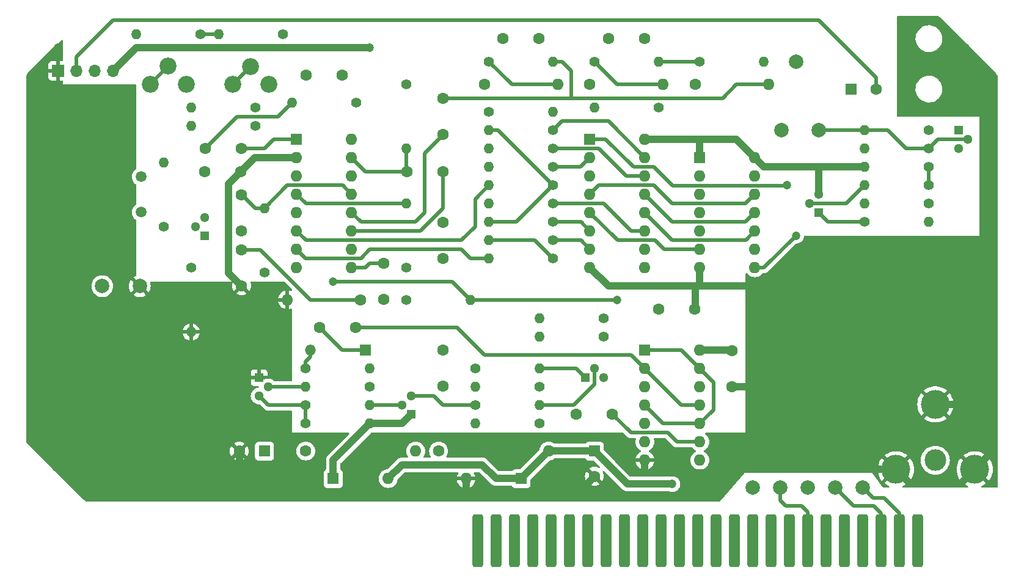
<source format=gbr>
%TF.GenerationSoftware,KiCad,Pcbnew,7.0.1-0*%
%TF.CreationDate,2023-05-07T10:40:24+02:00*%
%TF.ProjectId,Apple PAL card - reloaded,4170706c-6520-4504-914c-206361726420,A*%
%TF.SameCoordinates,Original*%
%TF.FileFunction,Copper,L1,Top*%
%TF.FilePolarity,Positive*%
%FSLAX46Y46*%
G04 Gerber Fmt 4.6, Leading zero omitted, Abs format (unit mm)*
G04 Created by KiCad (PCBNEW 7.0.1-0) date 2023-05-07 10:40:24*
%MOMM*%
%LPD*%
G01*
G04 APERTURE LIST*
G04 Aperture macros list*
%AMRoundRect*
0 Rectangle with rounded corners*
0 $1 Rounding radius*
0 $2 $3 $4 $5 $6 $7 $8 $9 X,Y pos of 4 corners*
0 Add a 4 corners polygon primitive as box body*
4,1,4,$2,$3,$4,$5,$6,$7,$8,$9,$2,$3,0*
0 Add four circle primitives for the rounded corners*
1,1,$1+$1,$2,$3*
1,1,$1+$1,$4,$5*
1,1,$1+$1,$6,$7*
1,1,$1+$1,$8,$9*
0 Add four rect primitives between the rounded corners*
20,1,$1+$1,$2,$3,$4,$5,0*
20,1,$1+$1,$4,$5,$6,$7,0*
20,1,$1+$1,$6,$7,$8,$9,0*
20,1,$1+$1,$8,$9,$2,$3,0*%
G04 Aperture macros list end*
%TA.AperFunction,ComponentPad*%
%ADD10C,1.400000*%
%TD*%
%TA.AperFunction,ComponentPad*%
%ADD11O,1.400000X1.400000*%
%TD*%
%TA.AperFunction,ComponentPad*%
%ADD12C,1.600000*%
%TD*%
%TA.AperFunction,ComponentPad*%
%ADD13R,1.600000X1.600000*%
%TD*%
%TA.AperFunction,ComponentPad*%
%ADD14O,1.600000X1.600000*%
%TD*%
%TA.AperFunction,ComponentPad*%
%ADD15C,2.000000*%
%TD*%
%TA.AperFunction,ComponentPad*%
%ADD16R,1.300000X1.300000*%
%TD*%
%TA.AperFunction,ComponentPad*%
%ADD17C,1.300000*%
%TD*%
%TA.AperFunction,ComponentPad*%
%ADD18C,2.340000*%
%TD*%
%TA.AperFunction,SMDPad,CuDef*%
%ADD19RoundRect,0.381000X0.381000X3.289000X-0.381000X3.289000X-0.381000X-3.289000X0.381000X-3.289000X0*%
%TD*%
%TA.AperFunction,ComponentPad*%
%ADD20R,1.700000X1.700000*%
%TD*%
%TA.AperFunction,ComponentPad*%
%ADD21O,1.700000X1.700000*%
%TD*%
%TA.AperFunction,ComponentPad*%
%ADD22R,1.500000X1.500000*%
%TD*%
%TA.AperFunction,ComponentPad*%
%ADD23O,1.500000X1.500000*%
%TD*%
%TA.AperFunction,ComponentPad*%
%ADD24C,3.000000*%
%TD*%
%TA.AperFunction,ComponentPad*%
%ADD25C,4.000000*%
%TD*%
%TA.AperFunction,ComponentPad*%
%ADD26C,1.500000*%
%TD*%
%TA.AperFunction,ViaPad*%
%ADD27C,1.200000*%
%TD*%
%TA.AperFunction,Conductor*%
%ADD28C,1.000000*%
%TD*%
%TA.AperFunction,Conductor*%
%ADD29C,0.500000*%
%TD*%
G04 APERTURE END LIST*
D10*
%TO.P,R12,1*%
%TO.N,Net-(Q2-C)*%
X142875000Y-111760000D03*
D11*
%TO.P,R12,2*%
%TO.N,Net-(Q3-B)*%
X151765000Y-111760000D03*
%TD*%
D12*
%TO.P,C18,1*%
%TO.N,GNDD*%
X166330000Y-60960000D03*
%TO.P,C18,2*%
%TO.N,Net-(C18-Pad2)*%
X161330000Y-60960000D03*
%TD*%
D13*
%TO.P,U3,1,DSA*%
%TO.N,+5V*%
X173990000Y-77470000D03*
D14*
%TO.P,U3,2,DSB*%
%TO.N,Net-(U3-DSB)*%
X173990000Y-80010000D03*
%TO.P,U3,3,Q0*%
%TO.N,unconnected-(U3-Q0-Pad3)*%
X173990000Y-82550000D03*
%TO.P,U3,4,Q1*%
%TO.N,unconnected-(U3-Q1-Pad4)*%
X173990000Y-85090000D03*
%TO.P,U3,5,Q2*%
%TO.N,unconnected-(U3-Q2-Pad5)*%
X173990000Y-87630000D03*
%TO.P,U3,6,Q3*%
%TO.N,Net-(U3-Q3)*%
X173990000Y-90170000D03*
%TO.P,U3,7,GND*%
%TO.N,GNDD*%
X173990000Y-92710000D03*
%TO.P,U3,8,CP*%
%TO.N,Net-(J3-DMAout)*%
X181610000Y-92710000D03*
%TO.P,U3,9,~{MR}*%
%TO.N,Net-(J3-VIDEO_S.)*%
X181610000Y-90170000D03*
%TO.P,U3,10,Q4*%
%TO.N,Net-(U3-Q4)*%
X181610000Y-87630000D03*
%TO.P,U3,11,Q5*%
%TO.N,Net-(U3-Q5)*%
X181610000Y-85090000D03*
%TO.P,U3,12,Q6*%
%TO.N,Net-(U3-Q6)*%
X181610000Y-82550000D03*
%TO.P,U3,13,Q7*%
%TO.N,Net-(U3-Q7)*%
X181610000Y-80010000D03*
%TO.P,U3,14,VCC*%
%TO.N,+5V*%
X181610000Y-77470000D03*
%TD*%
D10*
%TO.P,R11,1*%
%TO.N,GNDD*%
X151765000Y-114300000D03*
D11*
%TO.P,R11,2*%
%TO.N,Net-(Q2-C)*%
X142875000Y-114300000D03*
%TD*%
D10*
%TO.P,R22,1*%
%TO.N,Net-(U4-~{Q1})*%
X153670000Y-86360000D03*
D11*
%TO.P,R22,2*%
%TO.N,Net-(R20-Pad2)*%
X144780000Y-86360000D03*
%TD*%
D10*
%TO.P,R29,1*%
%TO.N,Net-(R14-Pad2)*%
X112395000Y-73025000D03*
D11*
%TO.P,R29,2*%
%TO.N,Net-(R29-Pad2)*%
X103505000Y-73025000D03*
%TD*%
D10*
%TO.P,R36,1*%
%TO.N,Net-(Q4-E)*%
X103505000Y-92710000D03*
D11*
%TO.P,R36,2*%
%TO.N,GNDD*%
X103505000Y-101600000D03*
%TD*%
D13*
%TO.P,C1,1*%
%TO.N,+10V*%
X113665000Y-118110000D03*
D12*
%TO.P,C1,2*%
%TO.N,GNDD*%
X110165000Y-118110000D03*
%TD*%
D10*
%TO.P,R25,1*%
%TO.N,Net-(U3-Q7)*%
X168275000Y-70485000D03*
D11*
%TO.P,R25,2*%
%TO.N,Net-(L3-Pad1)*%
X159385000Y-70485000D03*
%TD*%
D12*
%TO.P,L1,1,1*%
%TO.N,Net-(C7-Pad2)*%
X127000000Y-97155000D03*
D14*
%TO.P,L1,2,2*%
%TO.N,GNDD*%
X116840000Y-97155000D03*
%TD*%
D15*
%TO.P,TP4,1,1*%
%TO.N,Net-(J3-INTout)*%
X192786000Y-123190000D03*
%TD*%
D10*
%TO.P,R7,1*%
%TO.N,GNDD*%
X119380000Y-106680000D03*
D11*
%TO.P,R7,2*%
%TO.N,Net-(CR3-K)*%
X128270000Y-106680000D03*
%TD*%
D16*
%TO.P,Q4,1,E*%
%TO.N,Net-(Q4-E)*%
X105410000Y-88265000D03*
D17*
%TO.P,Q4,2,B*%
%TO.N,Net-(Q4-B)*%
X104140000Y-86995000D03*
%TO.P,Q4,3,C*%
%TO.N,Net-(Q4-C)*%
X105410000Y-85725000D03*
%TD*%
D13*
%TO.P,CR1,1,K*%
%TO.N,+5V*%
X149225000Y-121920000D03*
D14*
%TO.P,CR1,2,A*%
%TO.N,GNDD*%
X141605000Y-121920000D03*
%TD*%
D18*
%TO.P,R33,1,1*%
%TO.N,Net-(C17-Pad1)*%
X97830000Y-67270000D03*
%TO.P,R33,2,2*%
X100330000Y-64770000D03*
%TO.P,R33,3,3*%
%TO.N,Net-(R32-Pad2)*%
X102830000Y-67270000D03*
%TD*%
D12*
%TO.P,L2,1,1*%
%TO.N,Net-(L2-Pad1)*%
X144145000Y-67310000D03*
D14*
%TO.P,L2,2,2*%
%TO.N,Net-(C13-Pad2)*%
X154305000Y-67310000D03*
%TD*%
D13*
%TO.P,U1,1,~{R}*%
%TO.N,+5V*%
X166380000Y-104135000D03*
D14*
%TO.P,U1,2,D*%
%TO.N,Net-(J3-VIDEO_S.)*%
X166380000Y-106675000D03*
%TO.P,U1,3,C*%
%TO.N,Net-(J3-COLOR_R.)*%
X166380000Y-109215000D03*
%TO.P,U1,4,~{S}*%
%TO.N,+5V*%
X166380000Y-111755000D03*
%TO.P,U1,5,Q*%
%TO.N,Net-(U1A-Q)*%
X166380000Y-114295000D03*
%TO.P,U1,6,~{Q}*%
%TO.N,unconnected-(U1A-~{Q}-Pad6)*%
X166380000Y-116835000D03*
%TO.P,U1,7,GND*%
%TO.N,GNDD*%
X166380000Y-119375000D03*
%TO.P,U1,8,~{Q}*%
%TO.N,Net-(U1B-D)*%
X174000000Y-119375000D03*
%TO.P,U1,9,Q*%
%TO.N,Net-(U1B-Q)*%
X174000000Y-116835000D03*
%TO.P,U1,10,~{S}*%
%TO.N,+5V*%
X174000000Y-114295000D03*
%TO.P,U1,11,C*%
%TO.N,Net-(J3-VIDEO_S.)*%
X174000000Y-111755000D03*
%TO.P,U1,12,D*%
%TO.N,Net-(U1B-D)*%
X174000000Y-109215000D03*
%TO.P,U1,13,~{R}*%
%TO.N,+5V*%
X174000000Y-106675000D03*
%TO.P,U1,14,VCC*%
X174000000Y-104135000D03*
%TD*%
D10*
%TO.P,R18,1*%
%TO.N,Net-(C13-Pad2)*%
X144780000Y-64135000D03*
D11*
%TO.P,R18,2*%
%TO.N,Net-(Q5-B)*%
X153670000Y-64135000D03*
%TD*%
D12*
%TO.P,C12,1*%
%TO.N,GNDD*%
X138430000Y-104140000D03*
%TO.P,C12,2*%
%TO.N,Net-(Q2-B)*%
X138430000Y-109140000D03*
%TD*%
D19*
%TO.P,J3,1,/IOSEL*%
%TO.N,unconnected-(J3-{slash}IOSEL-Pad1)*%
X143205000Y-130533000D03*
%TO.P,J3,2,A0*%
%TO.N,unconnected-(J3-A0-Pad2)*%
X145745000Y-130533000D03*
%TO.P,J3,3,A1*%
%TO.N,unconnected-(J3-A1-Pad3)*%
X148285000Y-130533000D03*
%TO.P,J3,4,A2*%
%TO.N,unconnected-(J3-A2-Pad4)*%
X150825000Y-130533000D03*
%TO.P,J3,5,A3*%
%TO.N,unconnected-(J3-A3-Pad5)*%
X153365000Y-130533000D03*
%TO.P,J3,6,A4*%
%TO.N,unconnected-(J3-A4-Pad6)*%
X155905000Y-130533000D03*
%TO.P,J3,7,A5*%
%TO.N,unconnected-(J3-A5-Pad7)*%
X158445000Y-130533000D03*
%TO.P,J3,8,A6*%
%TO.N,unconnected-(J3-A6-Pad8)*%
X160985000Y-130533000D03*
%TO.P,J3,9,A7*%
%TO.N,unconnected-(J3-A7-Pad9)*%
X163525000Y-130533000D03*
%TO.P,J3,10,A8*%
%TO.N,unconnected-(J3-A8-Pad10)*%
X166065000Y-130533000D03*
%TO.P,J3,11,A9*%
%TO.N,unconnected-(J3-A9-Pad11)*%
X168605000Y-130533000D03*
%TO.P,J3,12,A10*%
%TO.N,unconnected-(J3-A10-Pad12)*%
X171145000Y-130533000D03*
%TO.P,J3,13,A11*%
%TO.N,unconnected-(J3-A11-Pad13)*%
X173685000Y-130533000D03*
%TO.P,J3,14,A12*%
%TO.N,unconnected-(J3-A12-Pad14)*%
X176225000Y-130533000D03*
%TO.P,J3,15,A13*%
%TO.N,unconnected-(J3-A13-Pad15)*%
X178765000Y-130533000D03*
%TO.P,J3,16,A14*%
%TO.N,unconnected-(J3-A14-Pad16)*%
X181305000Y-130533000D03*
%TO.P,J3,17,A15*%
%TO.N,unconnected-(J3-A15-Pad17)*%
X183845000Y-130533000D03*
%TO.P,J3,18,R/W*%
%TO.N,unconnected-(J3-R{slash}W-Pad18)*%
X186385000Y-130533000D03*
%TO.P,J3,19,VIDEO_S.*%
%TO.N,Net-(J3-VIDEO_S.)*%
X188925000Y-130533000D03*
%TO.P,J3,20,/IOSTRB*%
%TO.N,unconnected-(J3-{slash}IOSTRB-Pad20)*%
X191465000Y-130533000D03*
%TO.P,J3,21,RDY*%
%TO.N,unconnected-(J3-RDY-Pad21)*%
X194005000Y-130533000D03*
%TO.P,J3,22,DMA*%
%TO.N,unconnected-(J3-DMA-Pad22)*%
X196545000Y-130533000D03*
%TO.P,J3,23,INTout*%
%TO.N,Net-(J3-INTout)*%
X199085000Y-130533000D03*
%TO.P,J3,24,DMAout*%
%TO.N,Net-(J3-DMAout)*%
X201625000Y-130533000D03*
%TO.P,J3,25,+5V*%
%TO.N,unconnected-(J3-+5V-Pad25)*%
X204165000Y-130533000D03*
%TD*%
D20*
%TO.P,J1,1,Pin_1*%
%TO.N,GNDD*%
X85090000Y-65405000D03*
D21*
%TO.P,J1,2,Pin_2*%
%TO.N,Net-(J1-Pin_2)*%
X87630000Y-65405000D03*
%TO.P,J1,3,Pin_3*%
%TO.N,unconnected-(J1-Pin_3-Pad3)*%
X90170000Y-65405000D03*
%TO.P,J1,4,Pin_4*%
%TO.N,+10V*%
X92710000Y-65405000D03*
%TD*%
D10*
%TO.P,R24,1*%
%TO.N,Net-(U4-~{Q3})*%
X153670000Y-76200000D03*
D11*
%TO.P,R24,2*%
%TO.N,Net-(R19-Pad2)*%
X144780000Y-76200000D03*
%TD*%
D12*
%TO.P,C7,1*%
%TO.N,Net-(C7-Pad1)*%
X110490000Y-82590000D03*
%TO.P,C7,2*%
%TO.N,Net-(C7-Pad2)*%
X110490000Y-87590000D03*
%TD*%
%TO.P,C9,1*%
%TO.N,Net-(C7-Pad2)*%
X130175000Y-97075000D03*
%TO.P,C9,2*%
%TO.N,Net-(C9-Pad2)*%
X130175000Y-92075000D03*
%TD*%
D10*
%TO.P,R19,1*%
%TO.N,Net-(U4-Q1)*%
X153670000Y-88900000D03*
D11*
%TO.P,R19,2*%
%TO.N,Net-(R19-Pad2)*%
X144780000Y-88900000D03*
%TD*%
D10*
%TO.P,R42,1*%
%TO.N,GNDD*%
X205740000Y-83820000D03*
D11*
%TO.P,R42,2*%
%TO.N,Net-(Q6-E)*%
X196850000Y-83820000D03*
%TD*%
D12*
%TO.P,C16,1*%
%TO.N,GNDD*%
X110410000Y-79375000D03*
%TO.P,C16,2*%
%TO.N,Net-(Q4-C)*%
X105410000Y-79375000D03*
%TD*%
D13*
%TO.P,CR2,1,K*%
%TO.N,+10V*%
X123190000Y-121920000D03*
D14*
%TO.P,CR2,2,A*%
%TO.N,+5V*%
X130810000Y-121920000D03*
%TD*%
D12*
%TO.P,C15,1*%
%TO.N,Net-(C15-Pad1)*%
X138430000Y-74215000D03*
%TO.P,C15,2*%
%TO.N,Net-(Q5-B)*%
X138430000Y-69215000D03*
%TD*%
D10*
%TO.P,R15,1*%
%TO.N,Net-(Q3-C)*%
X160655000Y-102235000D03*
D11*
%TO.P,R15,2*%
%TO.N,Net-(R15-Pad2)*%
X151765000Y-102235000D03*
%TD*%
D10*
%TO.P,R41,1*%
%TO.N,Net-(Q5-E)*%
X205740000Y-81280000D03*
D11*
%TO.P,R41,2*%
%TO.N,Net-(Q6-B)*%
X196850000Y-81280000D03*
%TD*%
D13*
%TO.P,C2,1*%
%TO.N,+5V*%
X159385000Y-118110000D03*
D12*
%TO.P,C2,2*%
%TO.N,GNDD*%
X159385000Y-121610000D03*
%TD*%
D10*
%TO.P,R35,1*%
%TO.N,+5V*%
X126365000Y-69850000D03*
D11*
%TO.P,R35,2*%
%TO.N,Net-(Q4-C)*%
X117475000Y-69850000D03*
%TD*%
D10*
%TO.P,R9,1*%
%TO.N,Net-(Q1-C)*%
X119380000Y-114300000D03*
D11*
%TO.P,R9,2*%
%TO.N,+10V*%
X128270000Y-114300000D03*
%TD*%
D12*
%TO.P,C17,1*%
%TO.N,Net-(C17-Pad1)*%
X119460000Y-66040000D03*
%TO.P,C17,2*%
%TO.N,GNDD*%
X124460000Y-66040000D03*
%TD*%
D15*
%TO.P,TP2,1,1*%
%TO.N,Net-(J3-VIDEO_S.)*%
X185166000Y-123190000D03*
%TD*%
D10*
%TO.P,R16,1*%
%TO.N,Net-(Q3-C)*%
X151765000Y-109220000D03*
D11*
%TO.P,R16,2*%
%TO.N,GNDD*%
X142875000Y-109220000D03*
%TD*%
D12*
%TO.P,C13,1*%
%TO.N,GNDD*%
X151725000Y-60960000D03*
%TO.P,C13,2*%
%TO.N,Net-(C13-Pad2)*%
X146725000Y-60960000D03*
%TD*%
D10*
%TO.P,R4,1*%
%TO.N,GNDD*%
X133350000Y-67310000D03*
D11*
%TO.P,R4,2*%
%TO.N,Net-(C6-Pad2)*%
X133350000Y-76200000D03*
%TD*%
D15*
%TO.P,TP6,1,1*%
%TO.N,Net-(U3-DSB)*%
X187325000Y-64135000D03*
%TD*%
D12*
%TO.P,C11,1*%
%TO.N,Net-(CR3-K)*%
X121285000Y-100965000D03*
%TO.P,C11,2*%
%TO.N,Net-(J3-VIDEO_S.)*%
X126285000Y-100965000D03*
%TD*%
D10*
%TO.P,R37,1*%
%TO.N,Net-(Q4-B)*%
X99695000Y-86995000D03*
D11*
%TO.P,R37,2*%
%TO.N,Net-(Q4-C)*%
X99695000Y-78105000D03*
%TD*%
D10*
%TO.P,R14,1*%
%TO.N,Net-(Q3-E)*%
X160655000Y-99695000D03*
D11*
%TO.P,R14,2*%
%TO.N,Net-(R14-Pad2)*%
X151765000Y-99695000D03*
%TD*%
D10*
%TO.P,R40,1*%
%TO.N,Net-(Q5-E)*%
X205740000Y-78740000D03*
D11*
%TO.P,R40,2*%
%TO.N,+5V*%
X196850000Y-78740000D03*
%TD*%
D10*
%TO.P,R13,1*%
%TO.N,+10V*%
X142875000Y-106680000D03*
D11*
%TO.P,R13,2*%
%TO.N,Net-(Q3-E)*%
X151765000Y-106680000D03*
%TD*%
D12*
%TO.P,C3,1*%
%TO.N,+5V*%
X178435000Y-104180000D03*
%TO.P,C3,2*%
%TO.N,GNDD*%
X178435000Y-109180000D03*
%TD*%
D16*
%TO.P,Q1,1,E*%
%TO.N,GNDD*%
X112924000Y-107950000D03*
D17*
%TO.P,Q1,2,B*%
%TO.N,Net-(Q1-B)*%
X114194000Y-109220000D03*
%TO.P,Q1,3,C*%
%TO.N,Net-(Q1-C)*%
X112924000Y-110490000D03*
%TD*%
D10*
%TO.P,R26,1*%
%TO.N,Net-(R19-Pad2)*%
X153670000Y-91440000D03*
D11*
%TO.P,R26,2*%
%TO.N,Net-(R14-Pad2)*%
X144780000Y-91440000D03*
%TD*%
D10*
%TO.P,R8,1*%
%TO.N,Net-(CR3-K)*%
X128270000Y-109220000D03*
D11*
%TO.P,R8,2*%
%TO.N,Net-(Q1-B)*%
X119380000Y-109220000D03*
%TD*%
D10*
%TO.P,R6,1*%
%TO.N,+10V*%
X133350000Y-92710000D03*
D11*
%TO.P,R6,2*%
%TO.N,Net-(C5-Pad1)*%
X133350000Y-83820000D03*
%TD*%
D12*
%TO.P,C10,1*%
%TO.N,Net-(J3-COLOR_R.)*%
X168315000Y-98425000D03*
%TO.P,C10,2*%
%TO.N,GNDD*%
X173315000Y-98425000D03*
%TD*%
%TO.P,L4,1,1*%
%TO.N,Net-(C19-Pad1)*%
X173355000Y-67310000D03*
D14*
%TO.P,L4,2,2*%
%TO.N,Net-(Q5-B)*%
X183515000Y-67310000D03*
%TD*%
D15*
%TO.P,TP1,1,1*%
%TO.N,Net-(J3-COLOR_R.)*%
X181356000Y-123190000D03*
%TD*%
D12*
%TO.P,R2,1*%
%TO.N,+10V*%
X119380000Y-118110000D03*
D14*
%TO.P,R2,2*%
%TO.N,Net-(J3-+12V)*%
X134620000Y-118110000D03*
%TD*%
D10*
%TO.P,R20,1*%
%TO.N,Net-(U4-Q3)*%
X153670000Y-73660000D03*
D11*
%TO.P,R20,2*%
%TO.N,Net-(R20-Pad2)*%
X144780000Y-73660000D03*
%TD*%
D10*
%TO.P,R31,1*%
%TO.N,+5V*%
X116205000Y-60325000D03*
D11*
%TO.P,R31,2*%
%TO.N,Net-(C17-Pad1)*%
X107315000Y-60325000D03*
%TD*%
D22*
%TO.P,CR3,1,K*%
%TO.N,Net-(CR3-K)*%
X127640000Y-104140000D03*
D23*
%TO.P,CR3,2,A*%
%TO.N,GNDD*%
X120020000Y-104140000D03*
%TD*%
D15*
%TO.P,C20,1*%
%TO.N,Net-(Q4-B)*%
X91186000Y-95250000D03*
%TO.P,C20,2*%
%TO.N,GNDD*%
X96393000Y-95250000D03*
%TD*%
D12*
%TO.P,C14,1*%
%TO.N,Net-(Q4-C)*%
X105450000Y-76200000D03*
%TO.P,C14,2*%
%TO.N,Net-(C14-Pad2)*%
X110450000Y-76200000D03*
%TD*%
D18*
%TO.P,R30,1,1*%
%TO.N,Net-(C17-Pad1)*%
X109260000Y-67310000D03*
%TO.P,R30,2,2*%
X111760000Y-64810000D03*
%TO.P,R30,3,3*%
%TO.N,Net-(R29-Pad2)*%
X114260000Y-67310000D03*
%TD*%
D10*
%TO.P,R5,1*%
%TO.N,GNDD*%
X113665000Y-93345000D03*
D11*
%TO.P,R5,2*%
%TO.N,Net-(C7-Pad1)*%
X113665000Y-84455000D03*
%TD*%
D10*
%TO.P,R44,1*%
%TO.N,Net-(C18-Pad2)*%
X159385000Y-64135000D03*
D11*
%TO.P,R44,2*%
%TO.N,Net-(C19-Pad1)*%
X168275000Y-64135000D03*
%TD*%
D12*
%TO.P,C8,1*%
%TO.N,Net-(C7-Pad2)*%
X110490000Y-90210000D03*
%TO.P,C8,2*%
%TO.N,GNDD*%
X110490000Y-95210000D03*
%TD*%
D10*
%TO.P,R17,1*%
%TO.N,Net-(L2-Pad1)*%
X144780000Y-71120000D03*
D11*
%TO.P,R17,2*%
%TO.N,Net-(U1A-Q)*%
X153670000Y-71120000D03*
%TD*%
D16*
%TO.P,Q6,1,E*%
%TO.N,Net-(Q6-E)*%
X190500000Y-85090000D03*
D17*
%TO.P,Q6,2,B*%
%TO.N,Net-(Q6-B)*%
X189230000Y-83820000D03*
%TO.P,Q6,3,C*%
%TO.N,+5V*%
X190500000Y-82550000D03*
%TD*%
D10*
%TO.P,R32,1*%
%TO.N,Net-(R15-Pad2)*%
X112395000Y-70485000D03*
D11*
%TO.P,R32,2*%
%TO.N,Net-(R32-Pad2)*%
X103505000Y-70485000D03*
%TD*%
D13*
%TO.P,U4,1,~{Mr}*%
%TO.N,Net-(J3-INTout)*%
X158760000Y-74920000D03*
D14*
%TO.P,U4,2,Q0*%
%TO.N,Net-(U4-Q0)*%
X158760000Y-77460000D03*
%TO.P,U4,3,~{Q0}*%
%TO.N,unconnected-(U4-~{Q0}-Pad3)*%
X158760000Y-80000000D03*
%TO.P,U4,4,D0*%
%TO.N,Net-(U3-Q6)*%
X158760000Y-82540000D03*
%TO.P,U4,5,D1*%
%TO.N,Net-(U3-Q3)*%
X158760000Y-85080000D03*
%TO.P,U4,6,~{Q1}*%
%TO.N,Net-(U4-~{Q1})*%
X158760000Y-87620000D03*
%TO.P,U4,7,Q1*%
%TO.N,Net-(U4-Q1)*%
X158760000Y-90160000D03*
%TO.P,U4,8,GND*%
%TO.N,GNDD*%
X158760000Y-92700000D03*
%TO.P,U4,9,Cp*%
%TO.N,Net-(J3-COLOR_R.)*%
X166380000Y-92700000D03*
%TO.P,U4,10,Q2*%
%TO.N,unconnected-(U4-Q2-Pad10)*%
X166380000Y-90160000D03*
%TO.P,U4,11,~{Q2}*%
%TO.N,Net-(U4-~{Q2})*%
X166380000Y-87620000D03*
%TO.P,U4,12,D2*%
%TO.N,Net-(U3-Q4)*%
X166380000Y-85080000D03*
%TO.P,U4,13,D3*%
%TO.N,Net-(U3-Q5)*%
X166380000Y-82540000D03*
%TO.P,U4,14,~{Q3}*%
%TO.N,Net-(U4-~{Q3})*%
X166380000Y-80000000D03*
%TO.P,U4,15,Q3*%
%TO.N,Net-(U4-Q3)*%
X166380000Y-77460000D03*
%TO.P,U4,16,VCC*%
%TO.N,+5V*%
X166380000Y-74920000D03*
%TD*%
D10*
%TO.P,R23,1*%
%TO.N,Net-(U4-~{Q2})*%
X153670000Y-83820000D03*
D11*
%TO.P,R23,2*%
%TO.N,Net-(R19-Pad2)*%
X144780000Y-83820000D03*
%TD*%
D10*
%TO.P,R27,1*%
%TO.N,Net-(R20-Pad2)*%
X153670000Y-81280000D03*
D11*
%TO.P,R27,2*%
%TO.N,Net-(R15-Pad2)*%
X144780000Y-81280000D03*
%TD*%
D16*
%TO.P,Q2,1,E*%
%TO.N,+10V*%
X133985000Y-113030000D03*
D17*
%TO.P,Q2,2,B*%
%TO.N,Net-(Q2-B)*%
X132715000Y-111760000D03*
%TO.P,Q2,3,C*%
%TO.N,Net-(Q2-C)*%
X133985000Y-110490000D03*
%TD*%
D16*
%TO.P,Q5,1,E*%
%TO.N,Net-(Q5-E)*%
X209825000Y-73660000D03*
D17*
%TO.P,Q5,2,B*%
%TO.N,Net-(Q5-B)*%
X211095000Y-74930000D03*
%TO.P,Q5,3,C*%
%TO.N,GNDD*%
X209825000Y-76200000D03*
%TD*%
D12*
%TO.P,C6,1*%
%TO.N,Net-(C6-Pad1)*%
X138390000Y-79375000D03*
%TO.P,C6,2*%
%TO.N,Net-(C6-Pad2)*%
X133390000Y-79375000D03*
%TD*%
D10*
%TO.P,R21,1*%
%TO.N,Net-(U4-Q0)*%
X153670000Y-78740000D03*
D11*
%TO.P,R21,2*%
%TO.N,Net-(R19-Pad2)*%
X144780000Y-78740000D03*
%TD*%
D10*
%TO.P,R28,1*%
%TO.N,Net-(C19-Pad1)*%
X173990000Y-64135000D03*
D11*
%TO.P,R28,2*%
%TO.N,Net-(Q5-B)*%
X182880000Y-64135000D03*
%TD*%
D12*
%TO.P,C5,1*%
%TO.N,Net-(C5-Pad1)*%
X138430000Y-86400000D03*
%TO.P,C5,2*%
%TO.N,GNDD*%
X138430000Y-91400000D03*
%TD*%
D15*
%TO.P,C19,1*%
%TO.N,Net-(C19-Pad1)*%
X185293000Y-73660000D03*
%TO.P,C19,2*%
%TO.N,Net-(Q5-B)*%
X190500000Y-73660000D03*
%TD*%
D10*
%TO.P,R10,1*%
%TO.N,Net-(Q1-C)*%
X119380000Y-111760000D03*
D11*
%TO.P,R10,2*%
%TO.N,Net-(Q2-B)*%
X128270000Y-111760000D03*
%TD*%
D15*
%TO.P,TP5,1,1*%
%TO.N,Net-(J3-DMAout)*%
X196596000Y-123190000D03*
%TD*%
D24*
%TO.P,J2,1,In*%
%TO.N,Net-(J2-In)*%
X206629000Y-119380000D03*
D25*
%TO.P,J2,2,Ext*%
%TO.N,GNDD*%
X201168000Y-120650000D03*
X206629000Y-111633000D03*
X212090000Y-120650000D03*
%TD*%
D10*
%TO.P,R38,1*%
%TO.N,GNDD*%
X205740000Y-73660000D03*
D11*
%TO.P,R38,2*%
%TO.N,Net-(Q5-B)*%
X196850000Y-73660000D03*
%TD*%
D10*
%TO.P,R39,1*%
%TO.N,Net-(Q5-B)*%
X205740000Y-76200000D03*
D11*
%TO.P,R39,2*%
%TO.N,+5V*%
X196850000Y-76200000D03*
%TD*%
D12*
%TO.P,C4,1*%
%TO.N,Net-(C4-Pad1)*%
X156885000Y-113030000D03*
%TO.P,C4,2*%
%TO.N,Net-(U1B-Q)*%
X161885000Y-113030000D03*
%TD*%
D10*
%TO.P,R3,1*%
%TO.N,+10V*%
X133350000Y-97155000D03*
D11*
%TO.P,R3,2*%
%TO.N,Net-(C4-Pad1)*%
X142240000Y-97155000D03*
%TD*%
D12*
%TO.P,R1,1*%
%TO.N,Net-(J3-+12V)*%
X137795000Y-118110000D03*
D14*
%TO.P,R1,2*%
%TO.N,+5V*%
X153035000Y-118110000D03*
%TD*%
D12*
%TO.P,L3,1,1*%
%TO.N,Net-(L3-Pad1)*%
X158750000Y-67310000D03*
D14*
%TO.P,L3,2,2*%
%TO.N,Net-(C18-Pad2)*%
X168910000Y-67310000D03*
%TD*%
D15*
%TO.P,TP3,1,1*%
%TO.N,Net-(J3-INTin)*%
X188976000Y-123190000D03*
%TD*%
D26*
%TO.P,Y1,1,1*%
%TO.N,Net-(Q4-C)*%
X96550000Y-80100000D03*
%TO.P,Y1,2,2*%
%TO.N,Net-(Q4-B)*%
X96550000Y-85000000D03*
%TD*%
D10*
%TO.P,R34,1*%
%TO.N,Net-(C17-Pad1)*%
X104775000Y-60325000D03*
D11*
%TO.P,R34,2*%
%TO.N,GNDD*%
X95885000Y-60325000D03*
%TD*%
D10*
%TO.P,R43,1*%
%TO.N,Net-(Q6-E)*%
X196850000Y-86360000D03*
D11*
%TO.P,R43,2*%
%TO.N,Net-(J2-In)*%
X205740000Y-86360000D03*
%TD*%
D13*
%TO.P,U2,1*%
%TO.N,Net-(C14-Pad2)*%
X118120000Y-74920000D03*
D14*
%TO.P,U2,2*%
%TO.N,GNDD*%
X118120000Y-77460000D03*
%TO.P,U2,3*%
%TO.N,unconnected-(U2-Pad3)*%
X118120000Y-80000000D03*
%TO.P,U2,4*%
%TO.N,Net-(C5-Pad1)*%
X118120000Y-82540000D03*
%TO.P,U2,5*%
%TO.N,unconnected-(U2-Pad5)*%
X118120000Y-85080000D03*
%TO.P,U2,6*%
%TO.N,Net-(R15-Pad2)*%
X118120000Y-87620000D03*
%TO.P,U2,7*%
%TO.N,Net-(R14-Pad2)*%
X118120000Y-90160000D03*
%TO.P,U2,8*%
%TO.N,unconnected-(U2-Pad8)*%
X118120000Y-92700000D03*
%TO.P,U2,9*%
%TO.N,Net-(C9-Pad2)*%
X125740000Y-92700000D03*
%TO.P,U2,10*%
%TO.N,Net-(C15-Pad1)*%
X125740000Y-90160000D03*
%TO.P,U2,11*%
%TO.N,Net-(C6-Pad1)*%
X125740000Y-87620000D03*
%TO.P,U2,12*%
%TO.N,Net-(C15-Pad1)*%
X125740000Y-85080000D03*
%TO.P,U2,13*%
%TO.N,Net-(C7-Pad1)*%
X125740000Y-82540000D03*
%TO.P,U2,14*%
%TO.N,+10V*%
X125740000Y-80000000D03*
%TO.P,U2,15*%
%TO.N,Net-(C6-Pad2)*%
X125740000Y-77460000D03*
%TO.P,U2,16*%
%TO.N,Net-(C4-Pad1)*%
X125740000Y-74920000D03*
%TD*%
D13*
%TO.P,C21,1*%
%TO.N,Net-(Q6-E)*%
X194945000Y-67945000D03*
D12*
%TO.P,C21,2*%
%TO.N,Net-(J1-Pin_2)*%
X198445000Y-67945000D03*
%TD*%
D16*
%TO.P,Q3,1,E*%
%TO.N,Net-(Q3-E)*%
X158115000Y-107950000D03*
D17*
%TO.P,Q3,2,B*%
%TO.N,Net-(Q3-B)*%
X159385000Y-106680000D03*
%TO.P,Q3,3,C*%
%TO.N,Net-(Q3-C)*%
X160655000Y-107950000D03*
%TD*%
D27*
%TO.N,GNDD*%
X81280000Y-93980000D03*
X81280000Y-105410000D03*
X210820000Y-62230000D03*
X214630000Y-97155000D03*
X85090000Y-62230000D03*
X89217500Y-90170000D03*
X100965000Y-124460000D03*
X81280000Y-71120000D03*
X214630000Y-85090000D03*
X201930000Y-58420000D03*
X93345000Y-74295000D03*
X84772500Y-120332500D03*
X214630000Y-73660000D03*
X81280000Y-82550000D03*
X214630000Y-108585000D03*
%TO.N,Net-(C4-Pad1)*%
X162560000Y-97155000D03*
X123190000Y-94615000D03*
%TO.N,+10V*%
X128270000Y-62230000D03*
%TO.N,+5V*%
X170180000Y-122682000D03*
%TO.N,Net-(J3-INTout)*%
X186055000Y-81280000D03*
%TO.N,Net-(J3-DMAout)*%
X187325000Y-88265000D03*
%TD*%
D28*
%TO.N,GNDD*%
X178435000Y-109180000D02*
X180935000Y-109180000D01*
X214630000Y-97155000D02*
X214630000Y-94615000D01*
X81280000Y-66040000D02*
X81280000Y-116840000D01*
X118120000Y-77460000D02*
X112325000Y-77460000D01*
D29*
X120020000Y-105087500D02*
X120020000Y-104140000D01*
D28*
X214630000Y-73660000D02*
X214630000Y-85090000D01*
X214630000Y-85090000D02*
X214630000Y-94615000D01*
X214630000Y-97155000D02*
X214630000Y-106045000D01*
X173315000Y-98425000D02*
X173355000Y-98385000D01*
D29*
X119380000Y-106680000D02*
X119380000Y-105727500D01*
D28*
X214630000Y-111760000D02*
X214630000Y-108585000D01*
X108712000Y-81073000D02*
X108712000Y-93432000D01*
X180975000Y-109220000D02*
X180975000Y-120015000D01*
X110165000Y-121610000D02*
X110165000Y-118110000D01*
X214630000Y-108585000D02*
X214630000Y-118110000D01*
X173355000Y-98385000D02*
X173355000Y-95250000D01*
X214503000Y-111633000D02*
X206629000Y-111633000D01*
X177292000Y-121158000D02*
X177800000Y-120650000D01*
X210185000Y-122555000D02*
X203073000Y-122555000D01*
D29*
X119380000Y-105727500D02*
X120020000Y-105087500D01*
D28*
X201930000Y-58420000D02*
X207010000Y-58420000D01*
X85090000Y-62230000D02*
X85090000Y-62230000D01*
X214630000Y-111760000D02*
X214503000Y-111633000D01*
X158760000Y-92700000D02*
X161310000Y-95250000D01*
X212090000Y-120650000D02*
X210185000Y-122555000D01*
X107315000Y-124460000D02*
X110165000Y-121610000D01*
X173990000Y-92710000D02*
X173990000Y-95250000D01*
X81280000Y-116840000D02*
X88900000Y-124460000D01*
X203073000Y-122555000D02*
X201168000Y-120650000D01*
X207010000Y-58420000D02*
X210820000Y-62230000D01*
X177800000Y-120650000D02*
X201168000Y-120650000D01*
X143510000Y-124460000D02*
X156535000Y-124460000D01*
X85090000Y-62230000D02*
X85090000Y-62230000D01*
X141605000Y-121920000D02*
X141605000Y-124460000D01*
X112325000Y-77460000D02*
X110410000Y-79375000D01*
X166380000Y-119375000D02*
X166370000Y-119385000D01*
X85090000Y-62230000D02*
X81280000Y-66040000D01*
X107315000Y-124460000D02*
X143510000Y-124460000D01*
X88900000Y-124460000D02*
X107315000Y-124460000D01*
X156535000Y-124460000D02*
X159385000Y-121610000D01*
X166370000Y-121158000D02*
X177292000Y-121158000D01*
X166370000Y-119385000D02*
X166370000Y-121158000D01*
X180935000Y-109180000D02*
X180975000Y-109220000D01*
X214630000Y-73660000D02*
X214630000Y-66040000D01*
X214630000Y-106045000D02*
X214630000Y-111760000D01*
X161310000Y-95250000D02*
X214630000Y-95250000D01*
X214630000Y-66040000D02*
X210820000Y-62230000D01*
X108712000Y-93432000D02*
X110490000Y-95210000D01*
X214630000Y-118110000D02*
X212090000Y-120650000D01*
X110410000Y-79375000D02*
X108712000Y-81073000D01*
D29*
%TO.N,Net-(Q2-B)*%
X132715000Y-111760000D02*
X128270000Y-111760000D01*
%TO.N,Net-(C4-Pad1)*%
X139700000Y-94615000D02*
X123190000Y-94615000D01*
X142240000Y-97155000D02*
X139700000Y-94615000D01*
X162560000Y-97155000D02*
X142240000Y-97155000D01*
%TO.N,Net-(C6-Pad2)*%
X133390000Y-79375000D02*
X127655000Y-79375000D01*
X133350000Y-76200000D02*
X133350000Y-79335000D01*
X133350000Y-79335000D02*
X133390000Y-79375000D01*
X127655000Y-79375000D02*
X125740000Y-77460000D01*
%TO.N,Net-(C5-Pad1)*%
X133340000Y-83830000D02*
X119410000Y-83830000D01*
X133350000Y-83820000D02*
X133340000Y-83830000D01*
X119410000Y-83830000D02*
X118120000Y-82540000D01*
%TO.N,Net-(C6-Pad1)*%
X138390000Y-84495000D02*
X135255000Y-87630000D01*
X128915000Y-87620000D02*
X125740000Y-87620000D01*
X138390000Y-79375000D02*
X138390000Y-84495000D01*
X128925000Y-87630000D02*
X128915000Y-87620000D01*
X135255000Y-87630000D02*
X128925000Y-87630000D01*
%TO.N,Net-(C7-Pad1)*%
X124480000Y-81280000D02*
X116840000Y-81280000D01*
X110530000Y-82590000D02*
X110490000Y-82590000D01*
X113665000Y-84455000D02*
X112395000Y-84455000D01*
X116840000Y-81280000D02*
X113665000Y-84455000D01*
X112395000Y-84455000D02*
X110530000Y-82590000D01*
X125740000Y-82540000D02*
X124480000Y-81280000D01*
%TO.N,Net-(C9-Pad2)*%
X130175000Y-92075000D02*
X128270000Y-92075000D01*
X127645000Y-92700000D02*
X125740000Y-92700000D01*
X128270000Y-92075000D02*
X127645000Y-92700000D01*
%TO.N,Net-(C13-Pad2)*%
X147955000Y-67310000D02*
X144780000Y-64135000D01*
X154305000Y-67310000D02*
X147955000Y-67310000D01*
D28*
%TO.N,+10V*%
X128270000Y-114300000D02*
X123190000Y-119380000D01*
X128270000Y-114300000D02*
X132715000Y-114300000D01*
X132715000Y-114300000D02*
X133985000Y-113030000D01*
X123190000Y-119380000D02*
X123190000Y-121920000D01*
X128270000Y-62230000D02*
X95885000Y-62230000D01*
X95885000Y-62230000D02*
X92710000Y-65405000D01*
%TO.N,+5V*%
X190500000Y-78740000D02*
X190500000Y-82550000D01*
D29*
X166380000Y-111755000D02*
X168920000Y-114295000D01*
X168920000Y-114295000D02*
X174000000Y-114295000D01*
X175895000Y-108570000D02*
X174000000Y-106675000D01*
D28*
X132715000Y-120015000D02*
X143827500Y-120015000D01*
X174000000Y-104135000D02*
X178390000Y-104135000D01*
X171450000Y-74920000D02*
X166380000Y-74920000D01*
D29*
X166380000Y-104135000D02*
X171460000Y-104135000D01*
X175895000Y-112400000D02*
X175895000Y-108570000D01*
D28*
X163957000Y-122682000D02*
X159385000Y-118110000D01*
X130810000Y-121920000D02*
X132715000Y-120015000D01*
X149225000Y-121920000D02*
X153035000Y-118110000D01*
X170180000Y-122682000D02*
X163957000Y-122682000D01*
D29*
X174000000Y-114295000D02*
X175895000Y-112400000D01*
D28*
X173990000Y-74920000D02*
X171450000Y-74920000D01*
X178390000Y-104135000D02*
X178435000Y-104180000D01*
X181610000Y-77470000D02*
X182880000Y-78740000D01*
X190500000Y-78740000D02*
X196850000Y-78740000D01*
X182880000Y-78740000D02*
X190500000Y-78740000D01*
X173990000Y-77470000D02*
X173990000Y-74920000D01*
X145732500Y-121920000D02*
X149225000Y-121920000D01*
D29*
X171460000Y-104135000D02*
X174000000Y-106675000D01*
D28*
X143827500Y-120015000D02*
X145732500Y-121920000D01*
X153035000Y-118110000D02*
X159385000Y-118110000D01*
X181610000Y-77470000D02*
X179060000Y-74920000D01*
X179060000Y-74920000D02*
X173990000Y-74920000D01*
D29*
%TO.N,Net-(Q6-B)*%
X189230000Y-83820000D02*
X194310000Y-83820000D01*
X194310000Y-83820000D02*
X196850000Y-81280000D01*
%TO.N,Net-(Q4-C)*%
X115570000Y-71755000D02*
X109895000Y-71755000D01*
X109895000Y-71755000D02*
X105450000Y-76200000D01*
X117475000Y-69850000D02*
X115570000Y-71755000D01*
%TO.N,Net-(C14-Pad2)*%
X113665000Y-76200000D02*
X114945000Y-74920000D01*
X114945000Y-74920000D02*
X118120000Y-74920000D01*
X110450000Y-76200000D02*
X113665000Y-76200000D01*
%TO.N,Net-(C15-Pad1)*%
X138430000Y-74215000D02*
X138430000Y-74295000D01*
X134620000Y-86360000D02*
X127020000Y-86360000D01*
X127020000Y-86360000D02*
X125740000Y-85080000D01*
X135890000Y-76835000D02*
X135890000Y-85090000D01*
X135890000Y-85090000D02*
X134620000Y-86360000D01*
X138430000Y-74295000D02*
X135890000Y-76835000D01*
%TO.N,Net-(C7-Pad2)*%
X110490000Y-90210000D02*
X113070000Y-90210000D01*
X113070000Y-90210000D02*
X120015000Y-97155000D01*
X120015000Y-97155000D02*
X127000000Y-97155000D01*
%TO.N,Net-(C17-Pad1)*%
X97830000Y-67270000D02*
X100330000Y-64770000D01*
X107315000Y-60325000D02*
X104775000Y-60325000D01*
X109260000Y-67310000D02*
X111760000Y-64810000D01*
%TO.N,Net-(C18-Pad2)*%
X162560000Y-67310000D02*
X159385000Y-64135000D01*
X168910000Y-67310000D02*
X162560000Y-67310000D01*
%TO.N,Net-(C19-Pad1)*%
X168275000Y-64135000D02*
X173990000Y-64135000D01*
%TO.N,Net-(J3-INTout)*%
X199085000Y-126695000D02*
X198120000Y-125730000D01*
X160962500Y-74920000D02*
X158760000Y-74920000D01*
X186055000Y-81280000D02*
X186035000Y-81300000D01*
X195326000Y-125730000D02*
X192786000Y-123190000D01*
X167640000Y-78740000D02*
X164782500Y-78740000D01*
X186035000Y-81300000D02*
X170200000Y-81300000D01*
X170200000Y-81300000D02*
X167640000Y-78740000D01*
X164782500Y-78740000D02*
X160962500Y-74920000D01*
X198120000Y-125730000D02*
X195326000Y-125730000D01*
X199085000Y-130533000D02*
X199085000Y-126695000D01*
%TO.N,Net-(Q1-B)*%
X114194000Y-109220000D02*
X119380000Y-109220000D01*
%TO.N,Net-(Q1-C)*%
X112924000Y-110490000D02*
X114194000Y-111760000D01*
X114194000Y-111760000D02*
X119380000Y-111760000D01*
X119380000Y-114300000D02*
X119380000Y-111760000D01*
%TO.N,Net-(Q2-C)*%
X133985000Y-110490000D02*
X137160000Y-110490000D01*
X137160000Y-110490000D02*
X138430000Y-111760000D01*
X138430000Y-111760000D02*
X142875000Y-111760000D01*
%TO.N,Net-(Q3-E)*%
X156845000Y-106680000D02*
X158115000Y-107950000D01*
X151765000Y-106680000D02*
X156845000Y-106680000D01*
%TO.N,Net-(Q3-B)*%
X159385000Y-106680000D02*
X159385000Y-108880000D01*
X159385000Y-108880000D02*
X156505000Y-111760000D01*
X156505000Y-111760000D02*
X151765000Y-111760000D01*
%TO.N,Net-(Q5-B)*%
X156210000Y-69215000D02*
X156210000Y-65405000D01*
X154940000Y-64135000D02*
X153670000Y-64135000D01*
X156210000Y-69215000D02*
X138430000Y-69215000D01*
X177165000Y-69215000D02*
X156210000Y-69215000D01*
X200025000Y-73660000D02*
X190500000Y-73660000D01*
X211095000Y-74930000D02*
X207010000Y-74930000D01*
X156210000Y-65405000D02*
X154940000Y-64135000D01*
X207010000Y-74930000D02*
X205740000Y-76200000D01*
X202565000Y-76200000D02*
X200025000Y-73660000D01*
X179070000Y-67310000D02*
X177165000Y-69215000D01*
X183515000Y-67310000D02*
X179070000Y-67310000D01*
X205740000Y-76200000D02*
X202565000Y-76200000D01*
%TO.N,Net-(Q6-E)*%
X190500000Y-85090000D02*
X191770000Y-86360000D01*
X191770000Y-86360000D02*
X196850000Y-86360000D01*
%TO.N,Net-(J3-DMAout)*%
X199517000Y-124587000D02*
X197993000Y-124587000D01*
X197993000Y-124587000D02*
X196596000Y-123190000D01*
X182880000Y-92710000D02*
X181610000Y-92710000D01*
X187325000Y-88265000D02*
X182880000Y-92710000D01*
X201625000Y-130533000D02*
X201625000Y-126695000D01*
X201625000Y-126695000D02*
X199517000Y-124587000D01*
%TO.N,Net-(U4-Q0)*%
X153670000Y-78740000D02*
X157480000Y-78740000D01*
X157480000Y-78740000D02*
X158760000Y-77460000D01*
%TO.N,Net-(U4-Q1)*%
X157500000Y-88900000D02*
X158760000Y-90160000D01*
X153670000Y-88900000D02*
X157500000Y-88900000D01*
%TO.N,Net-(U4-~{Q1})*%
X153670000Y-86360000D02*
X157500000Y-86360000D01*
X157500000Y-86360000D02*
X158760000Y-87620000D01*
%TO.N,Net-(U4-~{Q2})*%
X153670000Y-83820000D02*
X160655000Y-83820000D01*
X164455000Y-87620000D02*
X166380000Y-87620000D01*
X160655000Y-83820000D02*
X164455000Y-87620000D01*
%TO.N,Net-(U4-Q3)*%
X154940000Y-72390000D02*
X161310000Y-72390000D01*
X161310000Y-72390000D02*
X166380000Y-77460000D01*
X153670000Y-73660000D02*
X154940000Y-72390000D01*
%TO.N,Net-(Q5-E)*%
X205740000Y-81280000D02*
X205740000Y-78740000D01*
%TO.N,Net-(U1B-Q)*%
X169530000Y-115585000D02*
X169545000Y-115570000D01*
X164440000Y-115585000D02*
X169530000Y-115585000D01*
X169545000Y-115570000D02*
X170810000Y-116835000D01*
X161885000Y-113030000D02*
X164440000Y-115585000D01*
X170810000Y-116835000D02*
X174000000Y-116835000D01*
%TO.N,Net-(U4-~{Q3})*%
X160020000Y-76200000D02*
X163820000Y-80000000D01*
X163820000Y-80000000D02*
X166380000Y-80000000D01*
X153670000Y-76200000D02*
X160020000Y-76200000D01*
%TO.N,Net-(R14-Pad2)*%
X128270000Y-90170000D02*
X127030000Y-91410000D01*
X142240000Y-91440000D02*
X140950000Y-90150000D01*
X127030000Y-91410000D02*
X119370000Y-91410000D01*
X140950000Y-90150000D02*
X137912233Y-90150000D01*
X137912233Y-90150000D02*
X137892233Y-90170000D01*
X144780000Y-91440000D02*
X142240000Y-91440000D01*
X119370000Y-91410000D02*
X118120000Y-90160000D01*
X137892233Y-90170000D02*
X128270000Y-90170000D01*
%TO.N,Net-(R15-Pad2)*%
X119400000Y-88900000D02*
X140970000Y-88900000D01*
X142875000Y-86995000D02*
X142875000Y-83185000D01*
X118120000Y-87620000D02*
X119400000Y-88900000D01*
X142875000Y-83185000D02*
X144780000Y-81280000D01*
X140970000Y-88900000D02*
X142875000Y-86995000D01*
%TO.N,Net-(U3-Q3)*%
X169068750Y-90170000D02*
X173990000Y-90170000D01*
X162580000Y-88900000D02*
X167798750Y-88900000D01*
X167798750Y-88900000D02*
X169068750Y-90170000D01*
X158760000Y-85080000D02*
X162580000Y-88900000D01*
%TO.N,Net-(U3-Q4)*%
X170180000Y-88880000D02*
X180360000Y-88880000D01*
X180360000Y-88880000D02*
X181610000Y-87630000D01*
X166380000Y-85080000D02*
X170180000Y-88880000D01*
%TO.N,Net-(U3-Q5)*%
X180340000Y-86360000D02*
X181610000Y-85090000D01*
X166380000Y-82560000D02*
X170180000Y-86360000D01*
X170180000Y-86360000D02*
X180340000Y-86360000D01*
X166380000Y-82540000D02*
X166380000Y-82560000D01*
%TO.N,Net-(U3-Q6)*%
X160020000Y-81280000D02*
X167640000Y-81280000D01*
X158760000Y-82540000D02*
X160020000Y-81280000D01*
X167640000Y-81280000D02*
X170180000Y-83820000D01*
X180340000Y-83820000D02*
X181610000Y-82550000D01*
X170180000Y-83820000D02*
X180340000Y-83820000D01*
%TO.N,Net-(J1-Pin_2)*%
X87630000Y-63500000D02*
X87630000Y-65405000D01*
X92710000Y-58420000D02*
X87630000Y-63500000D01*
X198445000Y-67945000D02*
X198445000Y-66365000D01*
X190500000Y-58420000D02*
X92710000Y-58420000D01*
X198445000Y-66365000D02*
X190500000Y-58420000D01*
%TO.N,Net-(J3-VIDEO_S.)*%
X185928000Y-125730000D02*
X185166000Y-124968000D01*
X188925000Y-126568000D02*
X188087000Y-125730000D01*
X188925000Y-130533000D02*
X188925000Y-126568000D01*
X166380000Y-106675000D02*
X166360000Y-106675000D01*
X144145000Y-104775000D02*
X140335000Y-100965000D01*
X188087000Y-125730000D02*
X185928000Y-125730000D01*
X174000000Y-111755000D02*
X171460000Y-111755000D01*
X166360000Y-106675000D02*
X164460000Y-104775000D01*
X164460000Y-104775000D02*
X144145000Y-104775000D01*
X185166000Y-124968000D02*
X185166000Y-123190000D01*
X140335000Y-100965000D02*
X126285000Y-100965000D01*
X171460000Y-111755000D02*
X166380000Y-106675000D01*
%TO.N,Net-(CR3-K)*%
X127640000Y-104140000D02*
X124460000Y-104140000D01*
X124460000Y-104140000D02*
X121285000Y-100965000D01*
%TO.N,Net-(R19-Pad2)*%
X151130000Y-88900000D02*
X153670000Y-91440000D01*
X144780000Y-88900000D02*
X151130000Y-88900000D01*
%TO.N,Net-(R20-Pad2)*%
X153670000Y-81280000D02*
X148590000Y-86360000D01*
X146050000Y-73660000D02*
X153670000Y-81280000D01*
X144780000Y-73660000D02*
X146050000Y-73660000D01*
X148590000Y-86360000D02*
X144780000Y-86360000D01*
%TD*%
%TA.AperFunction,Conductor*%
%TO.N,GNDD*%
G36*
X85673885Y-61159044D02*
G01*
X85711485Y-61203067D01*
X85725000Y-61259362D01*
X85725000Y-63931000D01*
X85708387Y-63993000D01*
X85663000Y-64038387D01*
X85601000Y-64055000D01*
X85340000Y-64055000D01*
X85340000Y-66755000D01*
X85601000Y-66755000D01*
X85663000Y-66771613D01*
X85708387Y-66817000D01*
X85725000Y-66879000D01*
X85725000Y-67310000D01*
X95761000Y-67310000D01*
X95823000Y-67326613D01*
X95868387Y-67372000D01*
X95885000Y-67434000D01*
X95885000Y-78974509D01*
X95870989Y-79031766D01*
X95832123Y-79076084D01*
X95743122Y-79138402D01*
X95588402Y-79293122D01*
X95462898Y-79472361D01*
X95370425Y-79670668D01*
X95313792Y-79882025D01*
X95294722Y-80100000D01*
X95313792Y-80317974D01*
X95370425Y-80529331D01*
X95401134Y-80595186D01*
X95462898Y-80727639D01*
X95588402Y-80906877D01*
X95588405Y-80906880D01*
X95743123Y-81061598D01*
X95832124Y-81123918D01*
X95870989Y-81168235D01*
X95885000Y-81225492D01*
X95885000Y-83874509D01*
X95870989Y-83931766D01*
X95832123Y-83976084D01*
X95743122Y-84038402D01*
X95588402Y-84193122D01*
X95462898Y-84372361D01*
X95370425Y-84570668D01*
X95313792Y-84782025D01*
X95294722Y-84999999D01*
X95313792Y-85217974D01*
X95340243Y-85316692D01*
X95370425Y-85429330D01*
X95462898Y-85627639D01*
X95588402Y-85806877D01*
X95588405Y-85806880D01*
X95743123Y-85961598D01*
X95832124Y-86023918D01*
X95870989Y-86068235D01*
X95885000Y-86125492D01*
X95885000Y-93749932D01*
X95874556Y-93799742D01*
X95844983Y-93841161D01*
X95801264Y-93867213D01*
X95788391Y-93871632D01*
X95569764Y-93989946D01*
X95522942Y-94026388D01*
X95522942Y-94026390D01*
X95885000Y-94388448D01*
X95885000Y-94615000D01*
X96111553Y-94615000D01*
X96393000Y-94896447D01*
X97616434Y-96119882D01*
X97716730Y-95966369D01*
X97816586Y-95738721D01*
X97877613Y-95497732D01*
X97898141Y-95250000D01*
X97877613Y-95002262D01*
X97818654Y-94769441D01*
X97817498Y-94713554D01*
X97841005Y-94662838D01*
X97884398Y-94627600D01*
X97938859Y-94615000D01*
X109141970Y-94615000D01*
X109196814Y-94627788D01*
X109240346Y-94663514D01*
X109263587Y-94714809D01*
X109261745Y-94771094D01*
X109204858Y-94983397D01*
X109185033Y-95209999D01*
X109204858Y-95436602D01*
X109263733Y-95656326D01*
X109359866Y-95862484D01*
X109410972Y-95935471D01*
X109410973Y-95935472D01*
X110402318Y-94944127D01*
X110457905Y-94912033D01*
X110522093Y-94912033D01*
X110577680Y-94944127D01*
X111569025Y-95935472D01*
X111620134Y-95862480D01*
X111716266Y-95656326D01*
X111775141Y-95436602D01*
X111794966Y-95209999D01*
X111775141Y-94983397D01*
X111718255Y-94771094D01*
X111716413Y-94714809D01*
X111739654Y-94663514D01*
X111783186Y-94627788D01*
X111838030Y-94615000D01*
X116362271Y-94615000D01*
X116409724Y-94624439D01*
X116449952Y-94651319D01*
X117438681Y-95640048D01*
X117465561Y-95680276D01*
X117475000Y-95727729D01*
X117475000Y-95822072D01*
X117459714Y-95881714D01*
X117417626Y-95926652D01*
X117359111Y-95945806D01*
X117298597Y-95934455D01*
X117286327Y-95928733D01*
X117090000Y-95876128D01*
X117090000Y-98433871D01*
X117286327Y-98381266D01*
X117298597Y-98375545D01*
X117359111Y-98364194D01*
X117417626Y-98383348D01*
X117459714Y-98428286D01*
X117475000Y-98487928D01*
X117475000Y-108345500D01*
X117458387Y-108407500D01*
X117413000Y-108452887D01*
X117351000Y-108469500D01*
X115126523Y-108469500D01*
X115081729Y-108461127D01*
X115042985Y-108437137D01*
X114890304Y-108297949D01*
X114715723Y-108189853D01*
X114709019Y-108185702D01*
X114709017Y-108185701D01*
X114510198Y-108108679D01*
X114510197Y-108108678D01*
X114300610Y-108069500D01*
X114087390Y-108069500D01*
X113958826Y-108093533D01*
X113877801Y-108108679D01*
X113668266Y-108189853D01*
X113667075Y-108186778D01*
X113620608Y-108200000D01*
X111774000Y-108200000D01*
X111774000Y-108647824D01*
X111780402Y-108707375D01*
X111830647Y-108842089D01*
X111916811Y-108957188D01*
X112031910Y-109043352D01*
X112166624Y-109093597D01*
X112226176Y-109100000D01*
X112760430Y-109100000D01*
X112819094Y-109114754D01*
X112863797Y-109155507D01*
X112883901Y-109212559D01*
X112874622Y-109272333D01*
X112838169Y-109320606D01*
X112783217Y-109345888D01*
X112652258Y-109370368D01*
X112607801Y-109378679D01*
X112408982Y-109455701D01*
X112227698Y-109567947D01*
X112070126Y-109711594D01*
X111941631Y-109881747D01*
X111846595Y-110072609D01*
X111788243Y-110277689D01*
X111768571Y-110489999D01*
X111788243Y-110702310D01*
X111846595Y-110907390D01*
X111941631Y-111098252D01*
X111967225Y-111132143D01*
X112070128Y-111268407D01*
X112227698Y-111412052D01*
X112408981Y-111524298D01*
X112607802Y-111601321D01*
X112817390Y-111640500D01*
X112961771Y-111640500D01*
X113009224Y-111649939D01*
X113049452Y-111676819D01*
X113618267Y-112245634D01*
X113630048Y-112259266D01*
X113644387Y-112278526D01*
X113644390Y-112278530D01*
X113682355Y-112310386D01*
X113690317Y-112317684D01*
X113694224Y-112321591D01*
X113718542Y-112340819D01*
X113721298Y-112343063D01*
X113778786Y-112391302D01*
X113778788Y-112391303D01*
X113779757Y-112392116D01*
X113796177Y-112402576D01*
X113797321Y-112403109D01*
X113797323Y-112403111D01*
X113865357Y-112434835D01*
X113868456Y-112436335D01*
X113930681Y-112467586D01*
X113936704Y-112470611D01*
X113955084Y-112476998D01*
X113956321Y-112477253D01*
X113956327Y-112477256D01*
X114029862Y-112492439D01*
X114033209Y-112493181D01*
X114106279Y-112510500D01*
X114106281Y-112510500D01*
X114107505Y-112510790D01*
X114126876Y-112512769D01*
X114128140Y-112512732D01*
X114128144Y-112512733D01*
X114203110Y-112510552D01*
X114206716Y-112510500D01*
X117351000Y-112510500D01*
X117413000Y-112527113D01*
X117458387Y-112572500D01*
X117475000Y-112634500D01*
X117475000Y-115570000D01*
X125285716Y-115570000D01*
X125342011Y-115583515D01*
X125386034Y-115621115D01*
X125408189Y-115674602D01*
X125403647Y-115732318D01*
X125373397Y-115781681D01*
X122492646Y-118662432D01*
X122490399Y-118664623D01*
X122426948Y-118724939D01*
X122393244Y-118773362D01*
X122387573Y-118780882D01*
X122350301Y-118826593D01*
X122336210Y-118853566D01*
X122328082Y-118866983D01*
X122310705Y-118891950D01*
X122287439Y-118946165D01*
X122283399Y-118954671D01*
X122256090Y-119006952D01*
X122247720Y-119036201D01*
X122242459Y-119050978D01*
X122230460Y-119078942D01*
X122218587Y-119136713D01*
X122216342Y-119145860D01*
X122200113Y-119202580D01*
X122197802Y-119232925D01*
X122195622Y-119248466D01*
X122189500Y-119278259D01*
X122189500Y-119337242D01*
X122189141Y-119346656D01*
X122184769Y-119404091D01*
X122184663Y-119405477D01*
X122188506Y-119435651D01*
X122189500Y-119451317D01*
X122189500Y-120582820D01*
X122176384Y-120638324D01*
X122139812Y-120682085D01*
X122124884Y-120693261D01*
X122032454Y-120762453D01*
X121946204Y-120877668D01*
X121895909Y-121012515D01*
X121895909Y-121012517D01*
X121891684Y-121051819D01*
X121889500Y-121072130D01*
X121889500Y-122767869D01*
X121893171Y-122802012D01*
X121895909Y-122827483D01*
X121946204Y-122962331D01*
X122032454Y-123077546D01*
X122147669Y-123163796D01*
X122282517Y-123214091D01*
X122342127Y-123220500D01*
X124037872Y-123220499D01*
X124097483Y-123214091D01*
X124232331Y-123163796D01*
X124347546Y-123077546D01*
X124433796Y-122962331D01*
X124484091Y-122827483D01*
X124490500Y-122767873D01*
X124490499Y-121919999D01*
X129504531Y-121919999D01*
X129524364Y-122146689D01*
X129583261Y-122366497D01*
X129679432Y-122572735D01*
X129809953Y-122759140D01*
X129970859Y-122920046D01*
X130157264Y-123050567D01*
X130157265Y-123050567D01*
X130157266Y-123050568D01*
X130363504Y-123146739D01*
X130583308Y-123205635D01*
X130810000Y-123225468D01*
X131036692Y-123205635D01*
X131256496Y-123146739D01*
X131462734Y-123050568D01*
X131649139Y-122920047D01*
X131810047Y-122759139D01*
X131940568Y-122572734D01*
X132036739Y-122366496D01*
X132089390Y-122170000D01*
X140326128Y-122170000D01*
X140378733Y-122366326D01*
X140474865Y-122572480D01*
X140605341Y-122758819D01*
X140766180Y-122919658D01*
X140952519Y-123050134D01*
X141158673Y-123146266D01*
X141354999Y-123198871D01*
X141355000Y-123198872D01*
X141355000Y-122170000D01*
X141855000Y-122170000D01*
X141855000Y-123198871D01*
X142051326Y-123146266D01*
X142257480Y-123050134D01*
X142443819Y-122919658D01*
X142604658Y-122758819D01*
X142735134Y-122572480D01*
X142831266Y-122366326D01*
X142883872Y-122170000D01*
X141855000Y-122170000D01*
X141355000Y-122170000D01*
X140326128Y-122170000D01*
X132089390Y-122170000D01*
X132095635Y-122146692D01*
X132101040Y-122084905D01*
X132112185Y-122043309D01*
X132136884Y-122008035D01*
X133093101Y-121051818D01*
X133133329Y-121024939D01*
X133180782Y-121015500D01*
X140413129Y-121015500D01*
X140477457Y-121033491D01*
X140523118Y-121082243D01*
X140536863Y-121147610D01*
X140514704Y-121210624D01*
X140474865Y-121267519D01*
X140378733Y-121473673D01*
X140326128Y-121669999D01*
X140326128Y-121670000D01*
X142883872Y-121670000D01*
X142883871Y-121669999D01*
X142831266Y-121473673D01*
X142735134Y-121267519D01*
X142695296Y-121210624D01*
X142673137Y-121147610D01*
X142686882Y-121082243D01*
X142732543Y-121033491D01*
X142796871Y-121015500D01*
X143361717Y-121015500D01*
X143409170Y-121024939D01*
X143449398Y-121051819D01*
X145014931Y-122617351D01*
X145017124Y-122619600D01*
X145077442Y-122683054D01*
X145125862Y-122716755D01*
X145133371Y-122722416D01*
X145179093Y-122759698D01*
X145206062Y-122773785D01*
X145219482Y-122781916D01*
X145244449Y-122799294D01*
X145244450Y-122799294D01*
X145244451Y-122799295D01*
X145250782Y-122802012D01*
X145298663Y-122822559D01*
X145307163Y-122826595D01*
X145359451Y-122853909D01*
X145388696Y-122862277D01*
X145403486Y-122867543D01*
X145410964Y-122870752D01*
X145431442Y-122879540D01*
X145489237Y-122891416D01*
X145498354Y-122893654D01*
X145555082Y-122909887D01*
X145585416Y-122912196D01*
X145600953Y-122914374D01*
X145630759Y-122920500D01*
X145689742Y-122920500D01*
X145699156Y-122920858D01*
X145757976Y-122925337D01*
X145788151Y-122921493D01*
X145803817Y-122920500D01*
X147887820Y-122920500D01*
X147943324Y-122933616D01*
X147987087Y-122970189D01*
X148047257Y-123050567D01*
X148067454Y-123077546D01*
X148182669Y-123163796D01*
X148317517Y-123214091D01*
X148377127Y-123220500D01*
X150072872Y-123220499D01*
X150132483Y-123214091D01*
X150267331Y-123163796D01*
X150382546Y-123077546D01*
X150468796Y-122962331D01*
X150519091Y-122827483D01*
X150525500Y-122767873D01*
X150525500Y-122689026D01*
X158659526Y-122689026D01*
X158732515Y-122740133D01*
X158938673Y-122836266D01*
X159158397Y-122895141D01*
X159385000Y-122914966D01*
X159611602Y-122895141D01*
X159831326Y-122836266D01*
X160037480Y-122740134D01*
X160110472Y-122689025D01*
X159385001Y-121963553D01*
X159385000Y-121963553D01*
X158659526Y-122689025D01*
X158659526Y-122689026D01*
X150525500Y-122689026D01*
X150525499Y-122085781D01*
X150534938Y-122038329D01*
X150561815Y-121998104D01*
X150949920Y-121609999D01*
X158080033Y-121609999D01*
X158099858Y-121836602D01*
X158158733Y-122056326D01*
X158254866Y-122262484D01*
X158305972Y-122335471D01*
X158305974Y-122335472D01*
X159031446Y-121610001D01*
X159031446Y-121610000D01*
X158305973Y-120884526D01*
X158305973Y-120884527D01*
X158254865Y-120957516D01*
X158158733Y-121163672D01*
X158099858Y-121383397D01*
X158080033Y-121609999D01*
X150949920Y-121609999D01*
X153123035Y-119436884D01*
X153158309Y-119412185D01*
X153199907Y-119401040D01*
X153219066Y-119399363D01*
X153261692Y-119395635D01*
X153481496Y-119336739D01*
X153687734Y-119240568D01*
X153841466Y-119132924D01*
X153875301Y-119116239D01*
X153912588Y-119110500D01*
X158047820Y-119110500D01*
X158103324Y-119123616D01*
X158147085Y-119160187D01*
X158191004Y-119218855D01*
X158215776Y-119251947D01*
X158227454Y-119267546D01*
X158342669Y-119353796D01*
X158477517Y-119404091D01*
X158537127Y-119410500D01*
X159219216Y-119410499D01*
X159266669Y-119419938D01*
X159306897Y-119446818D01*
X160106953Y-120246874D01*
X160140094Y-120306661D01*
X160136516Y-120374925D01*
X160097308Y-120430921D01*
X160034384Y-120457631D01*
X159966867Y-120446937D01*
X159831327Y-120383733D01*
X159611602Y-120324858D01*
X159385000Y-120305033D01*
X159158397Y-120324858D01*
X158938672Y-120383733D01*
X158732516Y-120479865D01*
X158659526Y-120530973D01*
X160464025Y-122335472D01*
X160515134Y-122262480D01*
X160611266Y-122056326D01*
X160670141Y-121836602D01*
X160689966Y-121609999D01*
X160670141Y-121383397D01*
X160611266Y-121163673D01*
X160548062Y-121028132D01*
X160537368Y-120960615D01*
X160564078Y-120897691D01*
X160620073Y-120858483D01*
X160688338Y-120854905D01*
X160748125Y-120888046D01*
X163239450Y-123379371D01*
X163241643Y-123381620D01*
X163301942Y-123445054D01*
X163350349Y-123478746D01*
X163357869Y-123484415D01*
X163403592Y-123521698D01*
X163430565Y-123535787D01*
X163443983Y-123543917D01*
X163468951Y-123561295D01*
X163507851Y-123577988D01*
X163523151Y-123584554D01*
X163531661Y-123588596D01*
X163583947Y-123615907D01*
X163583951Y-123615909D01*
X163613200Y-123624277D01*
X163627970Y-123629535D01*
X163655942Y-123641540D01*
X163655945Y-123641540D01*
X163655946Y-123641541D01*
X163713726Y-123653414D01*
X163722869Y-123655657D01*
X163779582Y-123671886D01*
X163809920Y-123674196D01*
X163825448Y-123676373D01*
X163855259Y-123682500D01*
X163914244Y-123682500D01*
X163923659Y-123682858D01*
X163927806Y-123683173D01*
X163982476Y-123687337D01*
X164009278Y-123683923D01*
X164012652Y-123683494D01*
X164028317Y-123682500D01*
X169692970Y-123682500D01*
X169737763Y-123690873D01*
X169877544Y-123745024D01*
X170078024Y-123782500D01*
X170281974Y-123782500D01*
X170281976Y-123782500D01*
X170482456Y-123745024D01*
X170672637Y-123671348D01*
X170846041Y-123563981D01*
X170892424Y-123521697D01*
X170996763Y-123426580D01*
X171119675Y-123263818D01*
X171169480Y-123163795D01*
X171210582Y-123081250D01*
X171266397Y-122885083D01*
X171285215Y-122682000D01*
X171266397Y-122478917D01*
X171264825Y-122473393D01*
X171225583Y-122335472D01*
X171210582Y-122282750D01*
X171191525Y-122244478D01*
X171119675Y-122100181D01*
X170996763Y-121937419D01*
X170846041Y-121800018D01*
X170672638Y-121692652D01*
X170482457Y-121618976D01*
X170415629Y-121606484D01*
X170281976Y-121581500D01*
X170078024Y-121581500D01*
X169977783Y-121600238D01*
X169877542Y-121618976D01*
X169737763Y-121673127D01*
X169692970Y-121681500D01*
X164422783Y-121681500D01*
X164375330Y-121672061D01*
X164335102Y-121645181D01*
X162314920Y-119625000D01*
X165101128Y-119625000D01*
X165153733Y-119821326D01*
X165249865Y-120027480D01*
X165380341Y-120213819D01*
X165541180Y-120374658D01*
X165727519Y-120505134D01*
X165933673Y-120601266D01*
X166129999Y-120653871D01*
X166130000Y-120653872D01*
X166130000Y-119625000D01*
X166630000Y-119625000D01*
X166630000Y-120653871D01*
X166826326Y-120601266D01*
X167032480Y-120505134D01*
X167218819Y-120374658D01*
X167379658Y-120213819D01*
X167510134Y-120027480D01*
X167606266Y-119821326D01*
X167658872Y-119625000D01*
X166630000Y-119625000D01*
X166130000Y-119625000D01*
X165101128Y-119625000D01*
X162314920Y-119625000D01*
X160721818Y-118031898D01*
X160694938Y-117991670D01*
X160685499Y-117944217D01*
X160685499Y-117262130D01*
X160685499Y-117262127D01*
X160679091Y-117202517D01*
X160628796Y-117067669D01*
X160542546Y-116952454D01*
X160427331Y-116866204D01*
X160292483Y-116815909D01*
X160232873Y-116809500D01*
X160232869Y-116809500D01*
X158537130Y-116809500D01*
X158477515Y-116815909D01*
X158342669Y-116866204D01*
X158227453Y-116952454D01*
X158147087Y-117059811D01*
X158103324Y-117096384D01*
X158047820Y-117109500D01*
X153912588Y-117109500D01*
X153875301Y-117103761D01*
X153841465Y-117087075D01*
X153813750Y-117067669D01*
X153687734Y-116979432D01*
X153629880Y-116952454D01*
X153481497Y-116883261D01*
X153261689Y-116824364D01*
X153035000Y-116804531D01*
X152808310Y-116824364D01*
X152588502Y-116883261D01*
X152382264Y-116979432D01*
X152195859Y-117109953D01*
X152034953Y-117270859D01*
X151904432Y-117457264D01*
X151808261Y-117663503D01*
X151749365Y-117883308D01*
X151743959Y-117945094D01*
X151732813Y-117986690D01*
X151708112Y-118021966D01*
X149146897Y-120583181D01*
X149106669Y-120610061D01*
X149059216Y-120619500D01*
X148377130Y-120619500D01*
X148317515Y-120625909D01*
X148182669Y-120676204D01*
X148067453Y-120762454D01*
X147987087Y-120869811D01*
X147943324Y-120906384D01*
X147887820Y-120919500D01*
X146198282Y-120919500D01*
X146150829Y-120910061D01*
X146110601Y-120883181D01*
X144545067Y-119317647D01*
X144542912Y-119315438D01*
X144482559Y-119251947D01*
X144434140Y-119218246D01*
X144426618Y-119212575D01*
X144414360Y-119202580D01*
X144380907Y-119175302D01*
X144380908Y-119175302D01*
X144380905Y-119175300D01*
X144353940Y-119161215D01*
X144340519Y-119153084D01*
X144315549Y-119135705D01*
X144315548Y-119135704D01*
X144315546Y-119135703D01*
X144261345Y-119112443D01*
X144252836Y-119108402D01*
X144200553Y-119081092D01*
X144193039Y-119078942D01*
X144171298Y-119072721D01*
X144156520Y-119067459D01*
X144128558Y-119055460D01*
X144070772Y-119043583D01*
X144061628Y-119041338D01*
X144004921Y-119025113D01*
X143974575Y-119022802D01*
X143959034Y-119020622D01*
X143929242Y-119014500D01*
X143929241Y-119014500D01*
X143870258Y-119014500D01*
X143860844Y-119014142D01*
X143835892Y-119012242D01*
X143802024Y-119009663D01*
X143802023Y-119009663D01*
X143771849Y-119013506D01*
X143756183Y-119014500D01*
X138987482Y-119014500D01*
X138923154Y-118996509D01*
X138877493Y-118947757D01*
X138863747Y-118882391D01*
X138885905Y-118819378D01*
X138925568Y-118762734D01*
X139021739Y-118556496D01*
X139080635Y-118336692D01*
X139100468Y-118110000D01*
X139080635Y-117883308D01*
X139021739Y-117663504D01*
X138925568Y-117457266D01*
X138898143Y-117418099D01*
X138795046Y-117270859D01*
X138634140Y-117109953D01*
X138447735Y-116979432D01*
X138241497Y-116883261D01*
X138021689Y-116824364D01*
X137795000Y-116804531D01*
X137568310Y-116824364D01*
X137348502Y-116883261D01*
X137142264Y-116979432D01*
X136955859Y-117109953D01*
X136794953Y-117270859D01*
X136664432Y-117457264D01*
X136568261Y-117663502D01*
X136509364Y-117883310D01*
X136489531Y-118109999D01*
X136509364Y-118336689D01*
X136568261Y-118556497D01*
X136664315Y-118762484D01*
X136664432Y-118762734D01*
X136704094Y-118819378D01*
X136726253Y-118882391D01*
X136712507Y-118947757D01*
X136666846Y-118996509D01*
X136602518Y-119014500D01*
X135812482Y-119014500D01*
X135748154Y-118996509D01*
X135702493Y-118947757D01*
X135688747Y-118882391D01*
X135710905Y-118819378D01*
X135750568Y-118762734D01*
X135846739Y-118556496D01*
X135905635Y-118336692D01*
X135925468Y-118110000D01*
X135905635Y-117883308D01*
X135846739Y-117663504D01*
X135750568Y-117457266D01*
X135723143Y-117418099D01*
X135620046Y-117270859D01*
X135459140Y-117109953D01*
X135272735Y-116979432D01*
X135066497Y-116883261D01*
X134846689Y-116824364D01*
X134620000Y-116804531D01*
X134393310Y-116824364D01*
X134173502Y-116883261D01*
X133967264Y-116979432D01*
X133780859Y-117109953D01*
X133619953Y-117270859D01*
X133489432Y-117457264D01*
X133393261Y-117663502D01*
X133334364Y-117883310D01*
X133314531Y-118109999D01*
X133334364Y-118336689D01*
X133393261Y-118556497D01*
X133489315Y-118762484D01*
X133489432Y-118762734D01*
X133529094Y-118819378D01*
X133551253Y-118882391D01*
X133537507Y-118947757D01*
X133491846Y-118996509D01*
X133427518Y-119014500D01*
X132729279Y-119014500D01*
X132726137Y-119014460D01*
X132638637Y-119012242D01*
X132580580Y-119022648D01*
X132571251Y-119023957D01*
X132512562Y-119029926D01*
X132483527Y-119039035D01*
X132468290Y-119042774D01*
X132438346Y-119048141D01*
X132383568Y-119070021D01*
X132374698Y-119073179D01*
X132318414Y-119090839D01*
X132291819Y-119105601D01*
X132277641Y-119112334D01*
X132249385Y-119123620D01*
X132200122Y-119156087D01*
X132192066Y-119160967D01*
X132140495Y-119189591D01*
X132117406Y-119209412D01*
X132104883Y-119218855D01*
X132079484Y-119235596D01*
X132037782Y-119277297D01*
X132030875Y-119283698D01*
X131986104Y-119322134D01*
X131967480Y-119346194D01*
X131957107Y-119357971D01*
X130721966Y-120593112D01*
X130686690Y-120617813D01*
X130645094Y-120628958D01*
X130583307Y-120634365D01*
X130583308Y-120634365D01*
X130363503Y-120693261D01*
X130157264Y-120789432D01*
X129970859Y-120919953D01*
X129809953Y-121080859D01*
X129679432Y-121267264D01*
X129583261Y-121473502D01*
X129524364Y-121693310D01*
X129504531Y-121919999D01*
X124490499Y-121919999D01*
X124490499Y-121072128D01*
X124484091Y-121012517D01*
X124433796Y-120877669D01*
X124347546Y-120762454D01*
X124240187Y-120682085D01*
X124203616Y-120638324D01*
X124190500Y-120582820D01*
X124190500Y-119845783D01*
X124199939Y-119798330D01*
X124226819Y-119758102D01*
X127196282Y-116788638D01*
X128378600Y-115606318D01*
X128418828Y-115579439D01*
X128466281Y-115570000D01*
X163312271Y-115570000D01*
X163359724Y-115579439D01*
X163399952Y-115606319D01*
X163864267Y-116070634D01*
X163876048Y-116084266D01*
X163890389Y-116103529D01*
X163928339Y-116135373D01*
X163936313Y-116142680D01*
X163940224Y-116146591D01*
X163958672Y-116161178D01*
X163964543Y-116165820D01*
X163967330Y-116168090D01*
X164024786Y-116216302D01*
X164024788Y-116216303D01*
X164025750Y-116217110D01*
X164042180Y-116227578D01*
X164043322Y-116228110D01*
X164043323Y-116228111D01*
X164111350Y-116259832D01*
X164114527Y-116261371D01*
X164181567Y-116295040D01*
X164182702Y-116295610D01*
X164201085Y-116301999D01*
X164202322Y-116302254D01*
X164202328Y-116302257D01*
X164275852Y-116317437D01*
X164279286Y-116318199D01*
X164325566Y-116329168D01*
X164353506Y-116335791D01*
X164372879Y-116337770D01*
X164374141Y-116337733D01*
X164374145Y-116337734D01*
X164446534Y-116335627D01*
X164449132Y-116335552D01*
X164452738Y-116335500D01*
X165005863Y-116335500D01*
X165060707Y-116348288D01*
X165104239Y-116384013D01*
X165127480Y-116435309D01*
X165125638Y-116491593D01*
X165094364Y-116608308D01*
X165074531Y-116835000D01*
X165094364Y-117061689D01*
X165153261Y-117281497D01*
X165249432Y-117487735D01*
X165379953Y-117674140D01*
X165540859Y-117835046D01*
X165727264Y-117965567D01*
X165727265Y-117965567D01*
X165727266Y-117965568D01*
X165785865Y-117992893D01*
X165838040Y-118038650D01*
X165857460Y-118105274D01*
X165838041Y-118171899D01*
X165785866Y-118217656D01*
X165727522Y-118244863D01*
X165541180Y-118375341D01*
X165380341Y-118536180D01*
X165249865Y-118722519D01*
X165153733Y-118928673D01*
X165101128Y-119124999D01*
X165101128Y-119125000D01*
X167658872Y-119125000D01*
X167658871Y-119124999D01*
X167606266Y-118928673D01*
X167510134Y-118722519D01*
X167379658Y-118536180D01*
X167218819Y-118375341D01*
X167032482Y-118244866D01*
X166974133Y-118217657D01*
X166921958Y-118171899D01*
X166902539Y-118105274D01*
X166921959Y-118038649D01*
X166974134Y-117992893D01*
X167032734Y-117965568D01*
X167219139Y-117835047D01*
X167380047Y-117674139D01*
X167510568Y-117487734D01*
X167606739Y-117281496D01*
X167665635Y-117061692D01*
X167685468Y-116835000D01*
X167665635Y-116608308D01*
X167634362Y-116491593D01*
X167632520Y-116435309D01*
X167655761Y-116384013D01*
X167699293Y-116348288D01*
X167754137Y-116335500D01*
X169197770Y-116335500D01*
X169245223Y-116344939D01*
X169285451Y-116371819D01*
X170234267Y-117320634D01*
X170246048Y-117334266D01*
X170260390Y-117353530D01*
X170298355Y-117385386D01*
X170306317Y-117392684D01*
X170310224Y-117396591D01*
X170334542Y-117415819D01*
X170337298Y-117418063D01*
X170394786Y-117466302D01*
X170394788Y-117466303D01*
X170395757Y-117467116D01*
X170412177Y-117477576D01*
X170413321Y-117478109D01*
X170413323Y-117478111D01*
X170481357Y-117509835D01*
X170484456Y-117511335D01*
X170551567Y-117545040D01*
X170552704Y-117545611D01*
X170571084Y-117551998D01*
X170572321Y-117552253D01*
X170572327Y-117552256D01*
X170645862Y-117567439D01*
X170649209Y-117568181D01*
X170722279Y-117585500D01*
X170722281Y-117585500D01*
X170723505Y-117585790D01*
X170742876Y-117587769D01*
X170744140Y-117587732D01*
X170744144Y-117587733D01*
X170819110Y-117585552D01*
X170822716Y-117585500D01*
X172873337Y-117585500D01*
X172930594Y-117599511D01*
X172974912Y-117638377D01*
X172999953Y-117674140D01*
X173160859Y-117835046D01*
X173316773Y-117944217D01*
X173347266Y-117965568D01*
X173405273Y-117992617D01*
X173457449Y-118038373D01*
X173476869Y-118104997D01*
X173457451Y-118171622D01*
X173405276Y-118217380D01*
X173347266Y-118244431D01*
X173160859Y-118374953D01*
X172999953Y-118535859D01*
X172869432Y-118722264D01*
X172773261Y-118928502D01*
X172714364Y-119148310D01*
X172694531Y-119375000D01*
X172714364Y-119601689D01*
X172773261Y-119821497D01*
X172869432Y-120027735D01*
X172999953Y-120214140D01*
X173160859Y-120375046D01*
X173347264Y-120505567D01*
X173347265Y-120505567D01*
X173347266Y-120505568D01*
X173553504Y-120601739D01*
X173773308Y-120660635D01*
X174000000Y-120680468D01*
X174226692Y-120660635D01*
X174446496Y-120601739D01*
X174652734Y-120505568D01*
X174839139Y-120375047D01*
X175000047Y-120214139D01*
X175130568Y-120027734D01*
X175226739Y-119821496D01*
X175285635Y-119601692D01*
X175305468Y-119375000D01*
X175285635Y-119148308D01*
X175226739Y-118928504D01*
X175130568Y-118722266D01*
X175090206Y-118664623D01*
X175000046Y-118535859D01*
X174839140Y-118374953D01*
X174652733Y-118244431D01*
X174594725Y-118217382D01*
X174542549Y-118171625D01*
X174523129Y-118105000D01*
X174542549Y-118038375D01*
X174594725Y-117992618D01*
X174652734Y-117965568D01*
X174839139Y-117835047D01*
X175000047Y-117674139D01*
X175130568Y-117487734D01*
X175226739Y-117281496D01*
X175285635Y-117061692D01*
X175305468Y-116835000D01*
X175285635Y-116608308D01*
X175226739Y-116388504D01*
X175130568Y-116182266D01*
X175119052Y-116165820D01*
X175000046Y-115995859D01*
X174839139Y-115834952D01*
X174782902Y-115795575D01*
X174742575Y-115748358D01*
X174730195Y-115687511D01*
X174748867Y-115628290D01*
X174793909Y-115585547D01*
X174854025Y-115570000D01*
X180340000Y-115570000D01*
X180340000Y-120650000D01*
X180636333Y-120650000D01*
X178003976Y-123687336D01*
X176821084Y-125052211D01*
X176778885Y-125083797D01*
X176727379Y-125095000D01*
X88951362Y-125095000D01*
X88903909Y-125085561D01*
X88863681Y-125058681D01*
X82994026Y-119189026D01*
X109439526Y-119189026D01*
X109512515Y-119240133D01*
X109718673Y-119336266D01*
X109938397Y-119395141D01*
X110165000Y-119414966D01*
X110391602Y-119395141D01*
X110611326Y-119336266D01*
X110817480Y-119240134D01*
X110890472Y-119189025D01*
X110659316Y-118957869D01*
X112364500Y-118957869D01*
X112370909Y-119017484D01*
X112391682Y-119073179D01*
X112421204Y-119152331D01*
X112507454Y-119267546D01*
X112622669Y-119353796D01*
X112757517Y-119404091D01*
X112817127Y-119410500D01*
X114512872Y-119410499D01*
X114572483Y-119404091D01*
X114707331Y-119353796D01*
X114822546Y-119267546D01*
X114908796Y-119152331D01*
X114959091Y-119017483D01*
X114965500Y-118957873D01*
X114965499Y-118109999D01*
X118074531Y-118109999D01*
X118094364Y-118336689D01*
X118153261Y-118556497D01*
X118249432Y-118762735D01*
X118379953Y-118949140D01*
X118540859Y-119110046D01*
X118727264Y-119240567D01*
X118727265Y-119240567D01*
X118727266Y-119240568D01*
X118933504Y-119336739D01*
X119153308Y-119395635D01*
X119380000Y-119415468D01*
X119606692Y-119395635D01*
X119826496Y-119336739D01*
X120032734Y-119240568D01*
X120219139Y-119110047D01*
X120380047Y-118949139D01*
X120510568Y-118762734D01*
X120606739Y-118556496D01*
X120665635Y-118336692D01*
X120685468Y-118110000D01*
X120665635Y-117883308D01*
X120606739Y-117663504D01*
X120510568Y-117457266D01*
X120483143Y-117418099D01*
X120380046Y-117270859D01*
X120219140Y-117109953D01*
X120032735Y-116979432D01*
X119826497Y-116883261D01*
X119606689Y-116824364D01*
X119380000Y-116804531D01*
X119153310Y-116824364D01*
X118933502Y-116883261D01*
X118727264Y-116979432D01*
X118540859Y-117109953D01*
X118379953Y-117270859D01*
X118249432Y-117457264D01*
X118153261Y-117663502D01*
X118094364Y-117883310D01*
X118074531Y-118109999D01*
X114965499Y-118109999D01*
X114965499Y-117262128D01*
X114959091Y-117202517D01*
X114908796Y-117067669D01*
X114822546Y-116952454D01*
X114707331Y-116866204D01*
X114572483Y-116815909D01*
X114512873Y-116809500D01*
X114512869Y-116809500D01*
X112817130Y-116809500D01*
X112757515Y-116815909D01*
X112622669Y-116866204D01*
X112507454Y-116952454D01*
X112421204Y-117067668D01*
X112370909Y-117202516D01*
X112364500Y-117262130D01*
X112364500Y-118957869D01*
X110659316Y-118957869D01*
X110165001Y-118463553D01*
X110165000Y-118463553D01*
X109439526Y-119189025D01*
X109439526Y-119189026D01*
X82994026Y-119189026D01*
X81915000Y-118110000D01*
X108860033Y-118110000D01*
X108879858Y-118336602D01*
X108938733Y-118556326D01*
X109034866Y-118762484D01*
X109085972Y-118835471D01*
X109085974Y-118835472D01*
X109811446Y-118110001D01*
X110518553Y-118110001D01*
X111244025Y-118835472D01*
X111295134Y-118762480D01*
X111391266Y-118556326D01*
X111450141Y-118336602D01*
X111469966Y-118110000D01*
X111450141Y-117883397D01*
X111391266Y-117663673D01*
X111295133Y-117457515D01*
X111244025Y-117384526D01*
X110518553Y-118110000D01*
X110518553Y-118110001D01*
X109811446Y-118110001D01*
X109811446Y-118110000D01*
X109085973Y-117384526D01*
X109085973Y-117384527D01*
X109034865Y-117457516D01*
X108938733Y-117663672D01*
X108879858Y-117883397D01*
X108860033Y-118110000D01*
X81915000Y-118110000D01*
X80835973Y-117030973D01*
X109439526Y-117030973D01*
X110165000Y-117756446D01*
X110165001Y-117756446D01*
X110890472Y-117030974D01*
X110890471Y-117030972D01*
X110817484Y-116979866D01*
X110611326Y-116883733D01*
X110391602Y-116824858D01*
X110165000Y-116805033D01*
X109938397Y-116824858D01*
X109718672Y-116883733D01*
X109512516Y-116979865D01*
X109439527Y-117030973D01*
X109439526Y-117030973D01*
X80835973Y-117030973D01*
X80681319Y-116876319D01*
X80654439Y-116836091D01*
X80645000Y-116788638D01*
X80645000Y-107700000D01*
X111774000Y-107700000D01*
X112674000Y-107700000D01*
X112674000Y-106800000D01*
X113174000Y-106800000D01*
X113174000Y-107700000D01*
X114074000Y-107700000D01*
X114074000Y-107252176D01*
X114067597Y-107192624D01*
X114017352Y-107057910D01*
X113931188Y-106942811D01*
X113816089Y-106856647D01*
X113681375Y-106806402D01*
X113621824Y-106800000D01*
X113174000Y-106800000D01*
X112674000Y-106800000D01*
X112226176Y-106800000D01*
X112166624Y-106806402D01*
X112031910Y-106856647D01*
X111916811Y-106942811D01*
X111830647Y-107057910D01*
X111780402Y-107192624D01*
X111774000Y-107252176D01*
X111774000Y-107700000D01*
X80645000Y-107700000D01*
X80645000Y-101850000D01*
X102328505Y-101850000D01*
X102381240Y-102035351D01*
X102480365Y-102234422D01*
X102614390Y-102411899D01*
X102778737Y-102561721D01*
X102967821Y-102678797D01*
X103175199Y-102759135D01*
X103255000Y-102774052D01*
X103255000Y-101850000D01*
X103755000Y-101850000D01*
X103755000Y-102774052D01*
X103834800Y-102759135D01*
X104042178Y-102678797D01*
X104231262Y-102561721D01*
X104395609Y-102411899D01*
X104529634Y-102234422D01*
X104628759Y-102035351D01*
X104681495Y-101850000D01*
X103755000Y-101850000D01*
X103255000Y-101850000D01*
X102328505Y-101850000D01*
X80645000Y-101850000D01*
X80645000Y-101350000D01*
X102328505Y-101350000D01*
X103255000Y-101350000D01*
X103255000Y-100425948D01*
X103755000Y-100425948D01*
X103755000Y-101350000D01*
X104681495Y-101350000D01*
X104628759Y-101164648D01*
X104529634Y-100965577D01*
X104395609Y-100788100D01*
X104231262Y-100638278D01*
X104042178Y-100521202D01*
X103834800Y-100440864D01*
X103755000Y-100425948D01*
X103255000Y-100425948D01*
X103175199Y-100440864D01*
X102967821Y-100521202D01*
X102778737Y-100638278D01*
X102614390Y-100788100D01*
X102480365Y-100965577D01*
X102381240Y-101164648D01*
X102328505Y-101350000D01*
X80645000Y-101350000D01*
X80645000Y-97405000D01*
X115561128Y-97405000D01*
X115613733Y-97601326D01*
X115709865Y-97807480D01*
X115840341Y-97993819D01*
X116001180Y-98154658D01*
X116187519Y-98285134D01*
X116393673Y-98381266D01*
X116589999Y-98433871D01*
X116590000Y-98433872D01*
X116590000Y-97405000D01*
X115561128Y-97405000D01*
X80645000Y-97405000D01*
X80645000Y-96905000D01*
X115561128Y-96905000D01*
X116590000Y-96905000D01*
X116590000Y-95876128D01*
X116589999Y-95876128D01*
X116393673Y-95928733D01*
X116187519Y-96024865D01*
X116001180Y-96155341D01*
X115840341Y-96316180D01*
X115709865Y-96502519D01*
X115613733Y-96708673D01*
X115561128Y-96904999D01*
X115561128Y-96905000D01*
X80645000Y-96905000D01*
X80645000Y-95250000D01*
X89680356Y-95250000D01*
X89700891Y-95497816D01*
X89700891Y-95497819D01*
X89700892Y-95497821D01*
X89761937Y-95738881D01*
X89798428Y-95822072D01*
X89861825Y-95966604D01*
X89861827Y-95966607D01*
X89997836Y-96174785D01*
X90166256Y-96357738D01*
X90166259Y-96357740D01*
X90362485Y-96510470D01*
X90362487Y-96510471D01*
X90362491Y-96510474D01*
X90581190Y-96628828D01*
X90816386Y-96709571D01*
X91061665Y-96750500D01*
X91310335Y-96750500D01*
X91555614Y-96709571D01*
X91790810Y-96628828D01*
X92009509Y-96510474D01*
X92056872Y-96473610D01*
X95522942Y-96473610D01*
X95569766Y-96510055D01*
X95788393Y-96628368D01*
X96023506Y-96709083D01*
X96268707Y-96750000D01*
X96517293Y-96750000D01*
X96762493Y-96709083D01*
X96997606Y-96628368D01*
X97216233Y-96510053D01*
X97263056Y-96473609D01*
X97078473Y-96289026D01*
X109764526Y-96289026D01*
X109837515Y-96340133D01*
X110043673Y-96436266D01*
X110263397Y-96495141D01*
X110490000Y-96514966D01*
X110716602Y-96495141D01*
X110936326Y-96436266D01*
X111142480Y-96340134D01*
X111215472Y-96289025D01*
X110490001Y-95563553D01*
X110490000Y-95563553D01*
X109764526Y-96289025D01*
X109764526Y-96289026D01*
X97078473Y-96289026D01*
X96393000Y-95603553D01*
X95522942Y-96473609D01*
X95522942Y-96473610D01*
X92056872Y-96473610D01*
X92205744Y-96357738D01*
X92374164Y-96174785D01*
X92510173Y-95966607D01*
X92610063Y-95738881D01*
X92671108Y-95497821D01*
X92691643Y-95250000D01*
X94887858Y-95250000D01*
X94908386Y-95497732D01*
X94969413Y-95738721D01*
X95069268Y-95966370D01*
X95169563Y-96119882D01*
X95169564Y-96119882D01*
X96039447Y-95250001D01*
X96039447Y-95250000D01*
X95169564Y-94380116D01*
X95069266Y-94533634D01*
X94969413Y-94761278D01*
X94908386Y-95002267D01*
X94887858Y-95250000D01*
X92691643Y-95250000D01*
X92671108Y-95002179D01*
X92610063Y-94761119D01*
X92510173Y-94533393D01*
X92374164Y-94325215D01*
X92205744Y-94142262D01*
X92146911Y-94096470D01*
X92009514Y-93989529D01*
X92009510Y-93989526D01*
X92009509Y-93989526D01*
X91790810Y-93871172D01*
X91790806Y-93871170D01*
X91790805Y-93871170D01*
X91555615Y-93790429D01*
X91310335Y-93749500D01*
X91061665Y-93749500D01*
X90816384Y-93790429D01*
X90581194Y-93871170D01*
X90362485Y-93989529D01*
X90166259Y-94142259D01*
X89997837Y-94325214D01*
X89861825Y-94533395D01*
X89761938Y-94761117D01*
X89700891Y-95002183D01*
X89680356Y-95250000D01*
X80645000Y-95250000D01*
X80645000Y-66091362D01*
X80654439Y-66043909D01*
X80681319Y-66003681D01*
X81030000Y-65655000D01*
X83740000Y-65655000D01*
X83740000Y-66302824D01*
X83746402Y-66362375D01*
X83796647Y-66497089D01*
X83882811Y-66612188D01*
X83997910Y-66698352D01*
X84132624Y-66748597D01*
X84192176Y-66755000D01*
X84840000Y-66755000D01*
X84840000Y-65655000D01*
X83740000Y-65655000D01*
X81030000Y-65655000D01*
X81530000Y-65155000D01*
X83740000Y-65155000D01*
X84840000Y-65155000D01*
X84840000Y-64055000D01*
X84192176Y-64055000D01*
X84132624Y-64061402D01*
X83997910Y-64111647D01*
X83882811Y-64197811D01*
X83796647Y-64312910D01*
X83746402Y-64447624D01*
X83740000Y-64507176D01*
X83740000Y-65155000D01*
X81530000Y-65155000D01*
X85513319Y-61171681D01*
X85562682Y-61141431D01*
X85620398Y-61136889D01*
X85673885Y-61159044D01*
G37*
%TD.AperFunction*%
%TD*%
%TA.AperFunction,Conductor*%
%TO.N,GNDD*%
G36*
X207006091Y-57794439D02*
G01*
X207046319Y-57821319D01*
X215228681Y-66003681D01*
X215255561Y-66043909D01*
X215265000Y-66091362D01*
X215265000Y-123066000D01*
X215248387Y-123128000D01*
X215203000Y-123173387D01*
X215141000Y-123190000D01*
X213115902Y-123190000D01*
X213050780Y-123171523D01*
X213005066Y-123121600D01*
X212992381Y-123055107D01*
X213016508Y-122991860D01*
X213070254Y-122950708D01*
X213156554Y-122916539D01*
X213432212Y-122764995D01*
X213675026Y-122588579D01*
X213675027Y-122588579D01*
X212090000Y-121003553D01*
X210504971Y-122588579D01*
X210504972Y-122588581D01*
X210747783Y-122764993D01*
X211023445Y-122916539D01*
X211109746Y-122950708D01*
X211163492Y-122991860D01*
X211187619Y-123055107D01*
X211174934Y-123121600D01*
X211129220Y-123171523D01*
X211064098Y-123190000D01*
X202193902Y-123190000D01*
X202128780Y-123171523D01*
X202083066Y-123121600D01*
X202070381Y-123055107D01*
X202094508Y-122991860D01*
X202148254Y-122950708D01*
X202234554Y-122916539D01*
X202510212Y-122764995D01*
X202753026Y-122588579D01*
X202753027Y-122588579D01*
X201168000Y-121003553D01*
X199582971Y-122588579D01*
X199582972Y-122588581D01*
X199825783Y-122764993D01*
X200101445Y-122916539D01*
X200187746Y-122950708D01*
X200241492Y-122991860D01*
X200265619Y-123055107D01*
X200252934Y-123121600D01*
X200207220Y-123171523D01*
X200142098Y-123190000D01*
X199452000Y-123190000D01*
X199396546Y-123176909D01*
X199352800Y-123140400D01*
X197485000Y-120650000D01*
X180340000Y-120650000D01*
X180340000Y-120649999D01*
X198663056Y-120649999D01*
X198682808Y-120963948D01*
X198741754Y-121272957D01*
X198838961Y-121572126D01*
X198972904Y-121856769D01*
X199141456Y-122122364D01*
X199232287Y-122232159D01*
X200814447Y-120650001D01*
X201521553Y-120650001D01*
X203103712Y-122232160D01*
X203103713Y-122232160D01*
X203194536Y-122122374D01*
X203363097Y-121856765D01*
X203497038Y-121572126D01*
X203594245Y-121272957D01*
X203653191Y-120963948D01*
X203672943Y-120649999D01*
X203653191Y-120336051D01*
X203594245Y-120027042D01*
X203497038Y-119727873D01*
X203363097Y-119443234D01*
X203322967Y-119379999D01*
X204623389Y-119379999D01*
X204643804Y-119665429D01*
X204704629Y-119945041D01*
X204804634Y-120213163D01*
X204941772Y-120464313D01*
X205027517Y-120578855D01*
X205113261Y-120693395D01*
X205315605Y-120895739D01*
X205406722Y-120963948D01*
X205544686Y-121067227D01*
X205684435Y-121143535D01*
X205795839Y-121204367D01*
X206063954Y-121304369D01*
X206063957Y-121304369D01*
X206063958Y-121304370D01*
X206116217Y-121315738D01*
X206343572Y-121365196D01*
X206629000Y-121385610D01*
X206914428Y-121365196D01*
X207194046Y-121304369D01*
X207462161Y-121204367D01*
X207713315Y-121067226D01*
X207942395Y-120895739D01*
X208144739Y-120693395D01*
X208177225Y-120649999D01*
X209585056Y-120649999D01*
X209604808Y-120963948D01*
X209663754Y-121272957D01*
X209760961Y-121572126D01*
X209894904Y-121856769D01*
X210063456Y-122122364D01*
X210154287Y-122232159D01*
X211736447Y-120650001D01*
X212443553Y-120650001D01*
X214025712Y-122232160D01*
X214025713Y-122232160D01*
X214116536Y-122122374D01*
X214285097Y-121856765D01*
X214419038Y-121572126D01*
X214516245Y-121272957D01*
X214575191Y-120963948D01*
X214594943Y-120649999D01*
X214575191Y-120336051D01*
X214516245Y-120027042D01*
X214419038Y-119727873D01*
X214285097Y-119443234D01*
X214116537Y-119177627D01*
X214025712Y-119067838D01*
X212443553Y-120650000D01*
X212443553Y-120650001D01*
X211736447Y-120650001D01*
X211736447Y-120650000D01*
X210154286Y-119067838D01*
X210154285Y-119067838D01*
X210063459Y-119177630D01*
X209894904Y-119443230D01*
X209760961Y-119727873D01*
X209663754Y-120027042D01*
X209604808Y-120336051D01*
X209585056Y-120649999D01*
X208177225Y-120649999D01*
X208316226Y-120464315D01*
X208453367Y-120213161D01*
X208553369Y-119945046D01*
X208614196Y-119665428D01*
X208634610Y-119380000D01*
X208614196Y-119094572D01*
X208553369Y-118814954D01*
X208514752Y-118711419D01*
X210504971Y-118711419D01*
X212090000Y-120296447D01*
X212090001Y-120296447D01*
X213675027Y-118711419D01*
X213675026Y-118711417D01*
X213432216Y-118535006D01*
X213156551Y-118383459D01*
X212864071Y-118267658D01*
X212559379Y-118189426D01*
X212247289Y-118150000D01*
X211932711Y-118150000D01*
X211620620Y-118189426D01*
X211315928Y-118267658D01*
X211023448Y-118383459D01*
X210747783Y-118535006D01*
X210504972Y-118711418D01*
X210504971Y-118711419D01*
X208514752Y-118711419D01*
X208453367Y-118546839D01*
X208392535Y-118435435D01*
X208316227Y-118295686D01*
X208273354Y-118238415D01*
X208144739Y-118066605D01*
X207942395Y-117864261D01*
X207827854Y-117778517D01*
X207713313Y-117692772D01*
X207462163Y-117555634D01*
X207462162Y-117555633D01*
X207462161Y-117555633D01*
X207194046Y-117455631D01*
X207194041Y-117455629D01*
X206914429Y-117394804D01*
X206629000Y-117374389D01*
X206343570Y-117394804D01*
X206063958Y-117455629D01*
X205795836Y-117555634D01*
X205544686Y-117692772D01*
X205315602Y-117864263D01*
X205113263Y-118066602D01*
X204941772Y-118295686D01*
X204804634Y-118546836D01*
X204704629Y-118814958D01*
X204643804Y-119094570D01*
X204623389Y-119379999D01*
X203322967Y-119379999D01*
X203194537Y-119177627D01*
X203103712Y-119067838D01*
X201521553Y-120650000D01*
X201521553Y-120650001D01*
X200814447Y-120650001D01*
X200814447Y-120649999D01*
X199232286Y-119067838D01*
X199232285Y-119067838D01*
X199141459Y-119177630D01*
X198972904Y-119443230D01*
X198838961Y-119727873D01*
X198741754Y-120027042D01*
X198682808Y-120336051D01*
X198663056Y-120649999D01*
X180340000Y-120649999D01*
X180340000Y-118711419D01*
X199582971Y-118711419D01*
X201168000Y-120296447D01*
X201168001Y-120296447D01*
X202753027Y-118711419D01*
X202753026Y-118711417D01*
X202510216Y-118535006D01*
X202234551Y-118383459D01*
X201942071Y-118267658D01*
X201637379Y-118189426D01*
X201325289Y-118150000D01*
X201010711Y-118150000D01*
X200698620Y-118189426D01*
X200393928Y-118267658D01*
X200101448Y-118383459D01*
X199825783Y-118535006D01*
X199582972Y-118711418D01*
X199582971Y-118711419D01*
X180340000Y-118711419D01*
X180340000Y-113571579D01*
X205043971Y-113571579D01*
X205043972Y-113571581D01*
X205286783Y-113747993D01*
X205562448Y-113899540D01*
X205854928Y-114015341D01*
X206159620Y-114093573D01*
X206471711Y-114133000D01*
X206786289Y-114133000D01*
X207098379Y-114093573D01*
X207403071Y-114015341D01*
X207695551Y-113899540D01*
X207971212Y-113747995D01*
X208214026Y-113571579D01*
X208214027Y-113571579D01*
X206629000Y-111986553D01*
X205043971Y-113571579D01*
X180340000Y-113571579D01*
X180340000Y-111633000D01*
X204124056Y-111633000D01*
X204143808Y-111946948D01*
X204202754Y-112255957D01*
X204299961Y-112555126D01*
X204433904Y-112839769D01*
X204602456Y-113105364D01*
X204693287Y-113215159D01*
X206275447Y-111633001D01*
X206982553Y-111633001D01*
X208564712Y-113215160D01*
X208564713Y-113215160D01*
X208655536Y-113105374D01*
X208824097Y-112839765D01*
X208958038Y-112555126D01*
X209055245Y-112255957D01*
X209114191Y-111946948D01*
X209133943Y-111633000D01*
X209114191Y-111319051D01*
X209055245Y-111010042D01*
X208958038Y-110710873D01*
X208824097Y-110426234D01*
X208655537Y-110160627D01*
X208564712Y-110050838D01*
X206982553Y-111632999D01*
X206982553Y-111633001D01*
X206275447Y-111633001D01*
X206275447Y-111633000D01*
X204693286Y-110050838D01*
X204693285Y-110050838D01*
X204602459Y-110160630D01*
X204433904Y-110426230D01*
X204299961Y-110710873D01*
X204202754Y-111010042D01*
X204143808Y-111319051D01*
X204124056Y-111633000D01*
X180340000Y-111633000D01*
X180340000Y-109694419D01*
X205043971Y-109694419D01*
X206629000Y-111279447D01*
X206629001Y-111279447D01*
X208214027Y-109694419D01*
X208214026Y-109694417D01*
X207971216Y-109518006D01*
X207695551Y-109366459D01*
X207403071Y-109250658D01*
X207098379Y-109172426D01*
X206786289Y-109133000D01*
X206471711Y-109133000D01*
X206159620Y-109172426D01*
X205854928Y-109250658D01*
X205562448Y-109366459D01*
X205286783Y-109518006D01*
X205043972Y-109694418D01*
X205043971Y-109694419D01*
X180340000Y-109694419D01*
X180340000Y-93556884D01*
X180355547Y-93496768D01*
X180398290Y-93451726D01*
X180457511Y-93433054D01*
X180518358Y-93445434D01*
X180565575Y-93485761D01*
X180609953Y-93549140D01*
X180770859Y-93710046D01*
X180957264Y-93840567D01*
X180957265Y-93840567D01*
X180957266Y-93840568D01*
X181163504Y-93936739D01*
X181383308Y-93995635D01*
X181610000Y-94015468D01*
X181836692Y-93995635D01*
X182056496Y-93936739D01*
X182262734Y-93840568D01*
X182449139Y-93710047D01*
X182610047Y-93549139D01*
X182635088Y-93513377D01*
X182679406Y-93474511D01*
X182736663Y-93460500D01*
X182816294Y-93460500D01*
X182834264Y-93461809D01*
X182838320Y-93462402D01*
X182858023Y-93465289D01*
X182907368Y-93460972D01*
X182918176Y-93460500D01*
X182923706Y-93460500D01*
X182923709Y-93460500D01*
X182954550Y-93456894D01*
X182958031Y-93456539D01*
X183032797Y-93449999D01*
X183032797Y-93449998D01*
X183034052Y-93449889D01*
X183053062Y-93445674D01*
X183054250Y-93445241D01*
X183054255Y-93445241D01*
X183124820Y-93419557D01*
X183128095Y-93418419D01*
X183199334Y-93394814D01*
X183199336Y-93394812D01*
X183200536Y-93394415D01*
X183218063Y-93385929D01*
X183219112Y-93385238D01*
X183219117Y-93385237D01*
X183281806Y-93344005D01*
X183284798Y-93342099D01*
X183348656Y-93302712D01*
X183348656Y-93302711D01*
X183349729Y-93302050D01*
X183364824Y-93289753D01*
X183365692Y-93288832D01*
X183365696Y-93288830D01*
X183417185Y-93234253D01*
X183419631Y-93231735D01*
X187249548Y-89401818D01*
X187289776Y-89374939D01*
X187337229Y-89365500D01*
X187426974Y-89365500D01*
X187426976Y-89365500D01*
X187627456Y-89328024D01*
X187817637Y-89254348D01*
X187991041Y-89146981D01*
X188141764Y-89009579D01*
X188264673Y-88846821D01*
X188264673Y-88846819D01*
X188264675Y-88846818D01*
X188313486Y-88748790D01*
X188355582Y-88664250D01*
X188411397Y-88468083D01*
X188419785Y-88377558D01*
X188439889Y-88320507D01*
X188484592Y-88279755D01*
X188543256Y-88265000D01*
X212725000Y-88265000D01*
X212725000Y-71755000D01*
X201419000Y-71755000D01*
X201357000Y-71738387D01*
X201311613Y-71693000D01*
X201295000Y-71631000D01*
X201295000Y-68012764D01*
X203885787Y-68012764D01*
X203915413Y-68282016D01*
X203944035Y-68391496D01*
X203983928Y-68544088D01*
X204037720Y-68670670D01*
X204089871Y-68793392D01*
X204230982Y-69024611D01*
X204404253Y-69232818D01*
X204404255Y-69232820D01*
X204605998Y-69413582D01*
X204831910Y-69563044D01*
X204938211Y-69612876D01*
X205077177Y-69678021D01*
X205336562Y-69756058D01*
X205336569Y-69756060D01*
X205604561Y-69795500D01*
X205807631Y-69795500D01*
X205807634Y-69795500D01*
X206010156Y-69780677D01*
X206010156Y-69780676D01*
X206274553Y-69721780D01*
X206527558Y-69625014D01*
X206763777Y-69492441D01*
X206978177Y-69326888D01*
X207166186Y-69131881D01*
X207323799Y-68911579D01*
X207447656Y-68670675D01*
X207535118Y-68414305D01*
X207584319Y-68147933D01*
X207594212Y-67877235D01*
X207564586Y-67607982D01*
X207496072Y-67345912D01*
X207390130Y-67096610D01*
X207249018Y-66865390D01*
X207249017Y-66865388D01*
X207075746Y-66657181D01*
X206970758Y-66563112D01*
X206874002Y-66476418D01*
X206648090Y-66326956D01*
X206648086Y-66326954D01*
X206402822Y-66211978D01*
X206143437Y-66133941D01*
X206143431Y-66133940D01*
X205875439Y-66094500D01*
X205672369Y-66094500D01*
X205672366Y-66094500D01*
X205469843Y-66109322D01*
X205205449Y-66168219D01*
X204952441Y-66264986D01*
X204716223Y-66397559D01*
X204501825Y-66563109D01*
X204313813Y-66758120D01*
X204156201Y-66978420D01*
X204032342Y-67219329D01*
X203944881Y-67475695D01*
X203895680Y-67742066D01*
X203885787Y-68012764D01*
X201295000Y-68012764D01*
X201295000Y-61027764D01*
X203885787Y-61027764D01*
X203915413Y-61297016D01*
X203983928Y-61559087D01*
X204089871Y-61808392D01*
X204230982Y-62039611D01*
X204320253Y-62146881D01*
X204404255Y-62247820D01*
X204605998Y-62428582D01*
X204831910Y-62578044D01*
X204938211Y-62627876D01*
X205077177Y-62693021D01*
X205336562Y-62771058D01*
X205336569Y-62771060D01*
X205604561Y-62810500D01*
X205807631Y-62810500D01*
X205807634Y-62810500D01*
X206010156Y-62795677D01*
X206010156Y-62795676D01*
X206274553Y-62736780D01*
X206527558Y-62640014D01*
X206763777Y-62507441D01*
X206978177Y-62341888D01*
X207166186Y-62146881D01*
X207323799Y-61926579D01*
X207447656Y-61685675D01*
X207535118Y-61429305D01*
X207584319Y-61162933D01*
X207594212Y-60892235D01*
X207564586Y-60622982D01*
X207496072Y-60360912D01*
X207390130Y-60111610D01*
X207249018Y-59880390D01*
X207249017Y-59880388D01*
X207075746Y-59672181D01*
X206970758Y-59578112D01*
X206874002Y-59491418D01*
X206648090Y-59341956D01*
X206648086Y-59341954D01*
X206402822Y-59226978D01*
X206143437Y-59148941D01*
X206143431Y-59148940D01*
X205875439Y-59109500D01*
X205672369Y-59109500D01*
X205672366Y-59109500D01*
X205469843Y-59124322D01*
X205205449Y-59183219D01*
X204952441Y-59279986D01*
X204716223Y-59412559D01*
X204501825Y-59578109D01*
X204313813Y-59773120D01*
X204156201Y-59993420D01*
X204032342Y-60234329D01*
X203944881Y-60490695D01*
X203895680Y-60757066D01*
X203885787Y-61027764D01*
X201295000Y-61027764D01*
X201295000Y-57909000D01*
X201311613Y-57847000D01*
X201357000Y-57801613D01*
X201419000Y-57785000D01*
X206958638Y-57785000D01*
X207006091Y-57794439D01*
G37*
%TD.AperFunction*%
%TD*%
M02*

</source>
